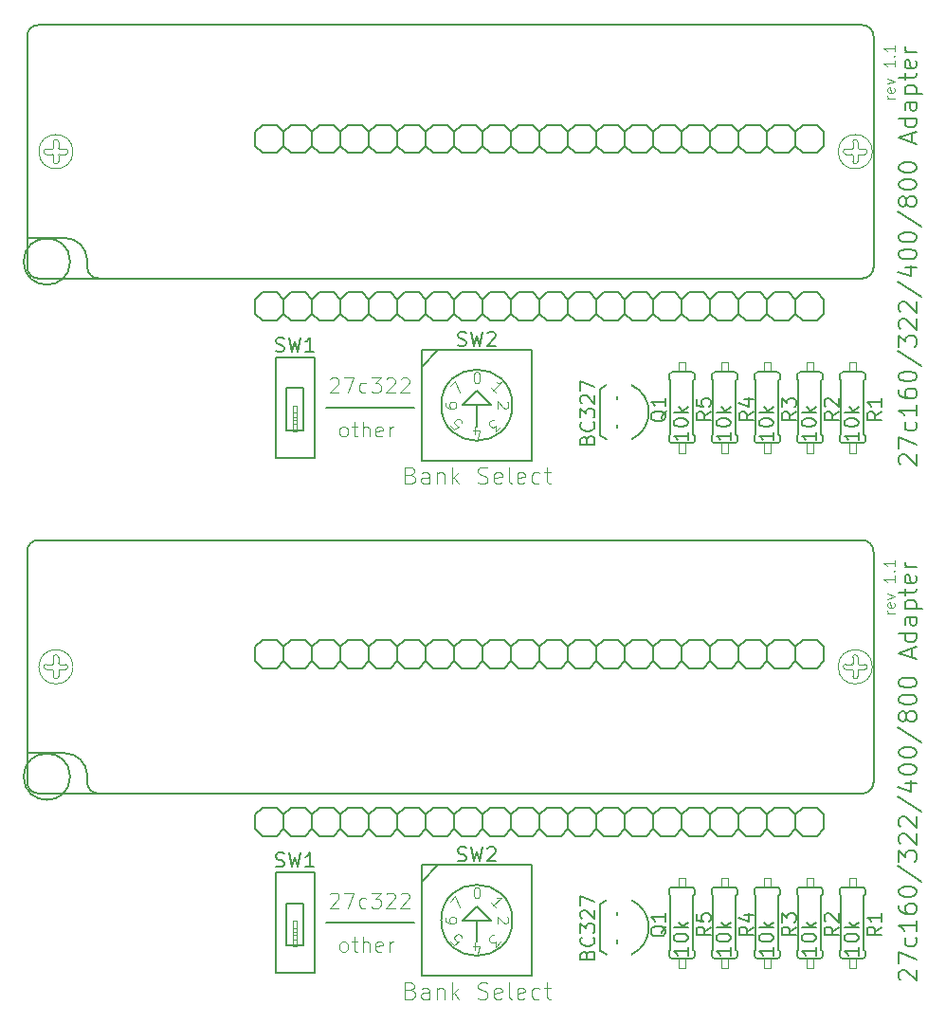
<source format=gto>
%MOIN*%
%OFA0B0*%
%FSLAX46Y46*%
%IPPOS*%
%LPD*%
%ADD10C,0.0044800000000000005*%
%ADD11C,0.0052800000000000008*%
%ADD12C,0.005905511811023622*%
%ADD13C,0.0032000000000000006*%
%ADD14C,0.005*%
%ADD15C,0.0026000000000000003*%
%ADD16C,0.006000000000000001*%
%ADD17C,0.008*%
%ADD18C,0.004*%
%ADD29C,0.0044800000000000005*%
%ADD30C,0.0052800000000000008*%
%ADD31C,0.005905511811023622*%
%ADD32C,0.0032000000000000006*%
%ADD33C,0.005*%
%ADD34C,0.0026000000000000003*%
%ADD35C,0.006000000000000001*%
%ADD36C,0.008*%
%ADD37C,0.004*%
%LPD*%
D10*
X0001843624Y0000493800D02*
X0001862184Y0000512359D01*
X0001878092Y0000472589D01*
X0001826589Y0000435333D02*
X0001826589Y0000427834D01*
X0001828464Y0000424085D01*
X0001830339Y0000422210D01*
X0001835963Y0000418460D01*
X0001843462Y0000416586D01*
X0001858460Y0000416586D01*
X0001862210Y0000418460D01*
X0001864085Y0000420335D01*
X0001865959Y0000424085D01*
X0001865959Y0000431584D01*
X0001864085Y0000435333D01*
X0001862210Y0000437208D01*
X0001858460Y0000439083D01*
X0001849086Y0000439083D01*
X0001845337Y0000437208D01*
X0001843462Y0000435333D01*
X0001841587Y0000431584D01*
X0001841587Y0000424085D01*
X0001843462Y0000420335D01*
X0001845337Y0000418460D01*
X0001849086Y0000416586D01*
X0001846276Y0000354217D02*
X0001859532Y0000340961D01*
X0001874115Y0000352892D01*
X0001871463Y0000352892D01*
X0001867486Y0000354217D01*
X0001860858Y0000360846D01*
X0001859532Y0000364823D01*
X0001859532Y0000367474D01*
X0001860858Y0000371451D01*
X0001867486Y0000378079D01*
X0001871463Y0000379405D01*
X0001874115Y0000379405D01*
X0001878092Y0000378079D01*
X0001884720Y0000371451D01*
X0001886045Y0000367474D01*
X0001886045Y0000364823D01*
X0001930650Y0000324398D02*
X0001930650Y0000350644D01*
X0001940024Y0000309400D02*
X0001949398Y0000337521D01*
X0001925026Y0000337521D01*
X0002022674Y0000351869D02*
X0002005440Y0000334635D01*
X0002004115Y0000354520D01*
X0002000138Y0000350543D01*
X0001996161Y0000349217D01*
X0001993509Y0000349217D01*
X0001989532Y0000350543D01*
X0001982904Y0000357171D01*
X0001981578Y0000361148D01*
X0001981578Y0000363800D01*
X0001982904Y0000367777D01*
X0001990858Y0000375731D01*
X0001994835Y0000377056D01*
X0001997486Y0000377056D01*
X0002045959Y0000439083D02*
X0002047834Y0000437208D01*
X0002049709Y0000433458D01*
X0002049709Y0000424085D01*
X0002047834Y0000420335D01*
X0002045959Y0000418460D01*
X0002042210Y0000416586D01*
X0002038460Y0000416586D01*
X0002032836Y0000418460D01*
X0002010339Y0000440957D01*
X0002010339Y0000416586D01*
X0002003509Y0000472286D02*
X0001987601Y0000488194D01*
X0001995555Y0000480240D02*
X0002023394Y0000508079D01*
X0002016766Y0000506754D01*
X0002011463Y0000506754D01*
X0002007486Y0000508079D01*
X0001936274Y0000544394D02*
X0001940024Y0000544394D01*
X0001943773Y0000542519D01*
X0001945648Y0000540644D01*
X0001947523Y0000536895D01*
X0001949398Y0000529396D01*
X0001949398Y0000520022D01*
X0001947523Y0000512523D01*
X0001945648Y0000508773D01*
X0001943773Y0000506899D01*
X0001940024Y0000505024D01*
X0001936274Y0000505024D01*
X0001932525Y0000506899D01*
X0001930650Y0000508773D01*
X0001928775Y0000512523D01*
X0001926900Y0000520022D01*
X0001926900Y0000529396D01*
X0001928775Y0000536895D01*
X0001930650Y0000540644D01*
X0001932525Y0000542519D01*
X0001936274Y0000544394D01*
X0001706147Y0000182052D02*
X0001714583Y0000179240D01*
X0001717395Y0000176428D01*
X0001720208Y0000170804D01*
X0001720208Y0000162367D01*
X0001717395Y0000156743D01*
X0001714583Y0000153931D01*
X0001708959Y0000151119D01*
X0001686462Y0000151119D01*
X0001686462Y0000210174D01*
X0001706147Y0000210174D01*
X0001711771Y0000207362D01*
X0001714583Y0000204550D01*
X0001717395Y0000198925D01*
X0001717395Y0000193301D01*
X0001714583Y0000187677D01*
X0001711771Y0000184865D01*
X0001706147Y0000182052D01*
X0001686462Y0000182052D01*
X0001770826Y0000151119D02*
X0001770826Y0000182052D01*
X0001768014Y0000187677D01*
X0001762390Y0000190489D01*
X0001751141Y0000190489D01*
X0001745517Y0000187677D01*
X0001770826Y0000153931D02*
X0001765202Y0000151119D01*
X0001751141Y0000151119D01*
X0001745517Y0000153931D01*
X0001742705Y0000159555D01*
X0001742705Y0000165179D01*
X0001745517Y0000170804D01*
X0001751141Y0000173616D01*
X0001765202Y0000173616D01*
X0001770826Y0000176428D01*
X0001798948Y0000190489D02*
X0001798948Y0000151119D01*
X0001798948Y0000184865D02*
X0001801760Y0000187677D01*
X0001807384Y0000190489D01*
X0001815821Y0000190489D01*
X0001821445Y0000187677D01*
X0001824257Y0000182052D01*
X0001824257Y0000151119D01*
X0001852379Y0000151119D02*
X0001852379Y0000210174D01*
X0001858003Y0000173616D02*
X0001874876Y0000151119D01*
X0001874876Y0000190489D02*
X0001852379Y0000167992D01*
X0001942367Y0000153931D02*
X0001950804Y0000151119D01*
X0001964865Y0000151119D01*
X0001970489Y0000153931D01*
X0001973301Y0000156743D01*
X0001976113Y0000162367D01*
X0001976113Y0000167992D01*
X0001973301Y0000173616D01*
X0001970489Y0000176428D01*
X0001964865Y0000179240D01*
X0001953616Y0000182052D01*
X0001947992Y0000184865D01*
X0001945179Y0000187677D01*
X0001942367Y0000193301D01*
X0001942367Y0000198925D01*
X0001945179Y0000204550D01*
X0001947992Y0000207362D01*
X0001953616Y0000210174D01*
X0001967677Y0000210174D01*
X0001976113Y0000207362D01*
X0002023920Y0000153931D02*
X0002018295Y0000151119D01*
X0002007047Y0000151119D01*
X0002001422Y0000153931D01*
X0001998610Y0000159555D01*
X0001998610Y0000182052D01*
X0002001422Y0000187677D01*
X0002007047Y0000190489D01*
X0002018295Y0000190489D01*
X0002023920Y0000187677D01*
X0002026732Y0000182052D01*
X0002026732Y0000176428D01*
X0001998610Y0000170804D01*
X0002060478Y0000151119D02*
X0002054853Y0000153931D01*
X0002052041Y0000159555D01*
X0002052041Y0000210174D01*
X0002105472Y0000153931D02*
X0002099848Y0000151119D01*
X0002088599Y0000151119D01*
X0002082975Y0000153931D01*
X0002080163Y0000159555D01*
X0002080163Y0000182052D01*
X0002082975Y0000187677D01*
X0002088599Y0000190489D01*
X0002099848Y0000190489D01*
X0002105472Y0000187677D01*
X0002108284Y0000182052D01*
X0002108284Y0000176428D01*
X0002080163Y0000170804D01*
X0002158903Y0000153931D02*
X0002153278Y0000151119D01*
X0002142030Y0000151119D01*
X0002136406Y0000153931D01*
X0002133593Y0000156743D01*
X0002130781Y0000162367D01*
X0002130781Y0000179240D01*
X0002133593Y0000184865D01*
X0002136406Y0000187677D01*
X0002142030Y0000190489D01*
X0002153278Y0000190489D01*
X0002158903Y0000187677D01*
X0002175776Y0000190489D02*
X0002198273Y0000190489D01*
X0002184212Y0000210174D02*
X0002184212Y0000159555D01*
X0002187024Y0000153931D01*
X0002192649Y0000151119D01*
X0002198273Y0000151119D01*
D11*
X0003428435Y0000218209D02*
X0003425449Y0000221195D01*
X0003422463Y0000227166D01*
X0003422463Y0000242095D01*
X0003425449Y0000248066D01*
X0003428435Y0000251052D01*
X0003434406Y0000254038D01*
X0003440378Y0000254038D01*
X0003449335Y0000251052D01*
X0003485163Y0000215223D01*
X0003485163Y0000254038D01*
X0003422463Y0000274938D02*
X0003422463Y0000316738D01*
X0003485163Y0000289866D01*
X0003482178Y0000367495D02*
X0003485163Y0000361523D01*
X0003485163Y0000349580D01*
X0003482178Y0000343609D01*
X0003479192Y0000340623D01*
X0003473221Y0000337638D01*
X0003455306Y0000337638D01*
X0003449335Y0000340623D01*
X0003446349Y0000343609D01*
X0003443363Y0000349580D01*
X0003443363Y0000361523D01*
X0003446349Y0000367495D01*
X0003485163Y0000427209D02*
X0003485163Y0000391380D01*
X0003485163Y0000409295D02*
X0003422463Y0000409295D01*
X0003431421Y0000403323D01*
X0003437392Y0000397352D01*
X0003440378Y0000391380D01*
X0003422463Y0000480952D02*
X0003422463Y0000469009D01*
X0003425449Y0000463038D01*
X0003428435Y0000460052D01*
X0003437392Y0000454080D01*
X0003449335Y0000451095D01*
X0003473221Y0000451095D01*
X0003479192Y0000454080D01*
X0003482178Y0000457066D01*
X0003485163Y0000463038D01*
X0003485163Y0000474980D01*
X0003482178Y0000480952D01*
X0003479192Y0000483938D01*
X0003473221Y0000486923D01*
X0003458292Y0000486923D01*
X0003452321Y0000483938D01*
X0003449335Y0000480952D01*
X0003446349Y0000474980D01*
X0003446349Y0000463038D01*
X0003449335Y0000457066D01*
X0003452321Y0000454080D01*
X0003458292Y0000451095D01*
X0003422463Y0000525738D02*
X0003422463Y0000531709D01*
X0003425449Y0000537680D01*
X0003428435Y0000540666D01*
X0003434406Y0000543652D01*
X0003446349Y0000546638D01*
X0003461278Y0000546638D01*
X0003473221Y0000543652D01*
X0003479192Y0000540666D01*
X0003482178Y0000537680D01*
X0003485163Y0000531709D01*
X0003485163Y0000525738D01*
X0003482178Y0000519766D01*
X0003479192Y0000516780D01*
X0003473221Y0000513795D01*
X0003461278Y0000510809D01*
X0003446349Y0000510809D01*
X0003434406Y0000513795D01*
X0003428435Y0000516780D01*
X0003425449Y0000519766D01*
X0003422463Y0000525738D01*
X0003419478Y0000618295D02*
X0003500092Y0000564552D01*
X0003422463Y0000633223D02*
X0003422463Y0000672038D01*
X0003446349Y0000651138D01*
X0003446349Y0000660095D01*
X0003449335Y0000666066D01*
X0003452321Y0000669052D01*
X0003458292Y0000672038D01*
X0003473221Y0000672038D01*
X0003479192Y0000669052D01*
X0003482178Y0000666066D01*
X0003485163Y0000660095D01*
X0003485163Y0000642180D01*
X0003482178Y0000636209D01*
X0003479192Y0000633223D01*
X0003428435Y0000695923D02*
X0003425449Y0000698909D01*
X0003422463Y0000704880D01*
X0003422463Y0000719809D01*
X0003425449Y0000725780D01*
X0003428435Y0000728766D01*
X0003434406Y0000731752D01*
X0003440378Y0000731752D01*
X0003449335Y0000728766D01*
X0003485163Y0000692938D01*
X0003485163Y0000731752D01*
X0003428435Y0000755638D02*
X0003425449Y0000758623D01*
X0003422463Y0000764595D01*
X0003422463Y0000779523D01*
X0003425449Y0000785495D01*
X0003428435Y0000788480D01*
X0003434406Y0000791466D01*
X0003440378Y0000791466D01*
X0003449335Y0000788480D01*
X0003485163Y0000752652D01*
X0003485163Y0000791466D01*
X0003419478Y0000863123D02*
X0003500092Y0000809380D01*
X0003443363Y0000910895D02*
X0003485163Y0000910895D01*
X0003419478Y0000895966D02*
X0003464263Y0000881038D01*
X0003464263Y0000919852D01*
X0003422463Y0000955680D02*
X0003422463Y0000961652D01*
X0003425449Y0000967623D01*
X0003428435Y0000970609D01*
X0003434406Y0000973595D01*
X0003446349Y0000976580D01*
X0003461278Y0000976580D01*
X0003473221Y0000973595D01*
X0003479192Y0000970609D01*
X0003482178Y0000967623D01*
X0003485163Y0000961652D01*
X0003485163Y0000955680D01*
X0003482178Y0000949709D01*
X0003479192Y0000946723D01*
X0003473221Y0000943738D01*
X0003461278Y0000940752D01*
X0003446349Y0000940752D01*
X0003434406Y0000943738D01*
X0003428435Y0000946723D01*
X0003425449Y0000949709D01*
X0003422463Y0000955680D01*
X0003422463Y0001015395D02*
X0003422463Y0001021366D01*
X0003425449Y0001027338D01*
X0003428435Y0001030323D01*
X0003434406Y0001033309D01*
X0003446349Y0001036295D01*
X0003461278Y0001036295D01*
X0003473221Y0001033309D01*
X0003479192Y0001030323D01*
X0003482178Y0001027338D01*
X0003485163Y0001021366D01*
X0003485163Y0001015395D01*
X0003482178Y0001009423D01*
X0003479192Y0001006438D01*
X0003473221Y0001003452D01*
X0003461278Y0001000466D01*
X0003446349Y0001000466D01*
X0003434406Y0001003452D01*
X0003428435Y0001006438D01*
X0003425449Y0001009423D01*
X0003422463Y0001015395D01*
X0003419478Y0001107952D02*
X0003500092Y0001054209D01*
X0003449335Y0001137809D02*
X0003446349Y0001131838D01*
X0003443363Y0001128852D01*
X0003437392Y0001125866D01*
X0003434406Y0001125866D01*
X0003428435Y0001128852D01*
X0003425449Y0001131838D01*
X0003422463Y0001137809D01*
X0003422463Y0001149752D01*
X0003425449Y0001155723D01*
X0003428435Y0001158709D01*
X0003434406Y0001161695D01*
X0003437392Y0001161695D01*
X0003443363Y0001158709D01*
X0003446349Y0001155723D01*
X0003449335Y0001149752D01*
X0003449335Y0001137809D01*
X0003452321Y0001131838D01*
X0003455306Y0001128852D01*
X0003461278Y0001125866D01*
X0003473221Y0001125866D01*
X0003479192Y0001128852D01*
X0003482178Y0001131838D01*
X0003485163Y0001137809D01*
X0003485163Y0001149752D01*
X0003482178Y0001155723D01*
X0003479192Y0001158709D01*
X0003473221Y0001161695D01*
X0003461278Y0001161695D01*
X0003455306Y0001158709D01*
X0003452321Y0001155723D01*
X0003449335Y0001149752D01*
X0003422463Y0001200509D02*
X0003422463Y0001206480D01*
X0003425449Y0001212452D01*
X0003428435Y0001215438D01*
X0003434406Y0001218423D01*
X0003446349Y0001221409D01*
X0003461278Y0001221409D01*
X0003473221Y0001218423D01*
X0003479192Y0001215438D01*
X0003482178Y0001212452D01*
X0003485163Y0001206480D01*
X0003485163Y0001200509D01*
X0003482178Y0001194538D01*
X0003479192Y0001191552D01*
X0003473221Y0001188566D01*
X0003461278Y0001185580D01*
X0003446349Y0001185580D01*
X0003434406Y0001188566D01*
X0003428435Y0001191552D01*
X0003425449Y0001194538D01*
X0003422463Y0001200509D01*
X0003422463Y0001260223D02*
X0003422463Y0001266195D01*
X0003425449Y0001272166D01*
X0003428435Y0001275152D01*
X0003434406Y0001278138D01*
X0003446349Y0001281123D01*
X0003461278Y0001281123D01*
X0003473221Y0001278138D01*
X0003479192Y0001275152D01*
X0003482178Y0001272166D01*
X0003485163Y0001266195D01*
X0003485163Y0001260223D01*
X0003482178Y0001254252D01*
X0003479192Y0001251266D01*
X0003473221Y0001248280D01*
X0003461278Y0001245295D01*
X0003446349Y0001245295D01*
X0003434406Y0001248280D01*
X0003428435Y0001251266D01*
X0003425449Y0001254252D01*
X0003422463Y0001260223D01*
X0003467249Y0001352780D02*
X0003467249Y0001382638D01*
X0003485163Y0001346809D02*
X0003422463Y0001367709D01*
X0003485163Y0001388609D01*
X0003485163Y0001436380D02*
X0003422463Y0001436380D01*
X0003482178Y0001436380D02*
X0003485163Y0001430409D01*
X0003485163Y0001418466D01*
X0003482178Y0001412495D01*
X0003479192Y0001409509D01*
X0003473221Y0001406523D01*
X0003455306Y0001406523D01*
X0003449335Y0001409509D01*
X0003446349Y0001412495D01*
X0003443363Y0001418466D01*
X0003443363Y0001430409D01*
X0003446349Y0001436380D01*
X0003485163Y0001493109D02*
X0003452321Y0001493109D01*
X0003446349Y0001490123D01*
X0003443363Y0001484152D01*
X0003443363Y0001472209D01*
X0003446349Y0001466238D01*
X0003482178Y0001493109D02*
X0003485163Y0001487138D01*
X0003485163Y0001472209D01*
X0003482178Y0001466238D01*
X0003476206Y0001463252D01*
X0003470235Y0001463252D01*
X0003464263Y0001466238D01*
X0003461278Y0001472209D01*
X0003461278Y0001487138D01*
X0003458292Y0001493109D01*
X0003443363Y0001522966D02*
X0003506063Y0001522966D01*
X0003446349Y0001522966D02*
X0003443363Y0001528938D01*
X0003443363Y0001540880D01*
X0003446349Y0001546852D01*
X0003449335Y0001549838D01*
X0003455306Y0001552823D01*
X0003473221Y0001552823D01*
X0003479192Y0001549838D01*
X0003482178Y0001546852D01*
X0003485163Y0001540880D01*
X0003485163Y0001528938D01*
X0003482178Y0001522966D01*
X0003443363Y0001570738D02*
X0003443363Y0001594623D01*
X0003422463Y0001579695D02*
X0003476206Y0001579695D01*
X0003482178Y0001582680D01*
X0003485163Y0001588652D01*
X0003485163Y0001594623D01*
X0003482178Y0001639409D02*
X0003485163Y0001633438D01*
X0003485163Y0001621495D01*
X0003482178Y0001615523D01*
X0003476206Y0001612538D01*
X0003452321Y0001612538D01*
X0003446349Y0001615523D01*
X0003443363Y0001621495D01*
X0003443363Y0001633438D01*
X0003446349Y0001639409D01*
X0003452321Y0001642395D01*
X0003458292Y0001642395D01*
X0003464263Y0001612538D01*
X0003485163Y0001669266D02*
X0003443363Y0001669266D01*
X0003455306Y0001669266D02*
X0003449335Y0001672252D01*
X0003446349Y0001675238D01*
X0003443363Y0001681209D01*
X0003443363Y0001687180D01*
D12*
X0001409649Y0000418834D02*
X0001718070Y0000418834D01*
D10*
X0001422694Y0000519501D02*
X0001425228Y0000522034D01*
X0001430294Y0000524567D01*
X0001442961Y0000524567D01*
X0001448028Y0000522034D01*
X0001450561Y0000519501D01*
X0001453094Y0000514434D01*
X0001453094Y0000509367D01*
X0001450561Y0000501767D01*
X0001420161Y0000471367D01*
X0001453094Y0000471367D01*
X0001470828Y0000524567D02*
X0001506294Y0000524567D01*
X0001483494Y0000471367D01*
X0001549361Y0000473901D02*
X0001544294Y0000471367D01*
X0001534161Y0000471367D01*
X0001529094Y0000473901D01*
X0001526561Y0000476434D01*
X0001524028Y0000481501D01*
X0001524028Y0000496701D01*
X0001526561Y0000501767D01*
X0001529094Y0000504301D01*
X0001534161Y0000506834D01*
X0001544294Y0000506834D01*
X0001549361Y0000504301D01*
X0001567094Y0000524567D02*
X0001600028Y0000524567D01*
X0001582294Y0000504301D01*
X0001589894Y0000504301D01*
X0001594961Y0000501767D01*
X0001597494Y0000499234D01*
X0001600028Y0000494167D01*
X0001600028Y0000481501D01*
X0001597494Y0000476434D01*
X0001594961Y0000473901D01*
X0001589894Y0000471367D01*
X0001574694Y0000471367D01*
X0001569628Y0000473901D01*
X0001567094Y0000476434D01*
X0001620294Y0000519501D02*
X0001622828Y0000522034D01*
X0001627894Y0000524567D01*
X0001640561Y0000524567D01*
X0001645628Y0000522034D01*
X0001648161Y0000519501D01*
X0001650694Y0000514434D01*
X0001650694Y0000509367D01*
X0001648161Y0000501767D01*
X0001617761Y0000471367D01*
X0001650694Y0000471367D01*
X0001670961Y0000519501D02*
X0001673494Y0000522034D01*
X0001678561Y0000524567D01*
X0001691228Y0000524567D01*
X0001696294Y0000522034D01*
X0001698828Y0000519501D01*
X0001701361Y0000514434D01*
X0001701361Y0000509367D01*
X0001698828Y0000501767D01*
X0001668428Y0000471367D01*
X0001701361Y0000471367D01*
X0001466328Y0000317167D02*
X0001461261Y0000319701D01*
X0001458728Y0000322234D01*
X0001456194Y0000327301D01*
X0001456194Y0000342501D01*
X0001458728Y0000347567D01*
X0001461261Y0000350101D01*
X0001466328Y0000352634D01*
X0001473928Y0000352634D01*
X0001478994Y0000350101D01*
X0001481528Y0000347567D01*
X0001484061Y0000342501D01*
X0001484061Y0000327301D01*
X0001481528Y0000322234D01*
X0001478994Y0000319701D01*
X0001473928Y0000317167D01*
X0001466328Y0000317167D01*
X0001499261Y0000352634D02*
X0001519528Y0000352634D01*
X0001506861Y0000370367D02*
X0001506861Y0000324767D01*
X0001509394Y0000319701D01*
X0001514461Y0000317167D01*
X0001519528Y0000317167D01*
X0001537261Y0000317167D02*
X0001537261Y0000370367D01*
X0001560061Y0000317167D02*
X0001560061Y0000345034D01*
X0001557528Y0000350101D01*
X0001552461Y0000352634D01*
X0001544861Y0000352634D01*
X0001539794Y0000350101D01*
X0001537261Y0000347567D01*
X0001605661Y0000319701D02*
X0001600594Y0000317167D01*
X0001590461Y0000317167D01*
X0001585394Y0000319701D01*
X0001582861Y0000324767D01*
X0001582861Y0000345034D01*
X0001585394Y0000350101D01*
X0001590461Y0000352634D01*
X0001600594Y0000352634D01*
X0001605661Y0000350101D01*
X0001608194Y0000345034D01*
X0001608194Y0000339967D01*
X0001582861Y0000334901D01*
X0001630994Y0000317167D02*
X0001630994Y0000352634D01*
X0001630994Y0000342501D02*
X0001633528Y0000347567D01*
X0001636061Y0000350101D01*
X0001641128Y0000352634D01*
X0001646194Y0000352634D01*
D13*
X0003407840Y0001504962D02*
X0003382506Y0001504962D01*
X0003389744Y0001504962D02*
X0003386125Y0001506771D01*
X0003384316Y0001508581D01*
X0003382506Y0001512200D01*
X0003382506Y0001515819D01*
X0003406030Y0001542962D02*
X0003407840Y0001539343D01*
X0003407840Y0001532105D01*
X0003406030Y0001528486D01*
X0003402411Y0001526676D01*
X0003387935Y0001526676D01*
X0003384316Y0001528486D01*
X0003382506Y0001532105D01*
X0003382506Y0001539343D01*
X0003384316Y0001542962D01*
X0003387935Y0001544771D01*
X0003391554Y0001544771D01*
X0003395173Y0001526676D01*
X0003382506Y0001557438D02*
X0003407840Y0001566486D01*
X0003382506Y0001575533D01*
X0003407840Y0001638867D02*
X0003407840Y0001617152D01*
X0003407840Y0001628009D02*
X0003369840Y0001628009D01*
X0003375268Y0001624390D01*
X0003378887Y0001620771D01*
X0003380697Y0001617152D01*
X0003404221Y0001655152D02*
X0003406030Y0001656962D01*
X0003407840Y0001655152D01*
X0003406030Y0001653343D01*
X0003404221Y0001655152D01*
X0003407840Y0001655152D01*
X0003407840Y0001693152D02*
X0003407840Y0001671438D01*
X0003407840Y0001682295D02*
X0003369840Y0001682295D01*
X0003375268Y0001678676D01*
X0003378887Y0001675057D01*
X0003380697Y0001671438D01*
D12*
X0001988149Y0000427834D02*
X0001888149Y0000427834D01*
X0001938149Y0000477834D02*
X0001888149Y0000427834D01*
X0001938149Y0000477834D02*
X0001988149Y0000427834D01*
X0001938149Y0000427834D02*
X0001938149Y0000352834D01*
X0002063149Y0000427834D02*
G75*
G03X0002063149Y0000427834I-0000125000D01*
G01*
X0001743267Y0000563661D02*
X0001802322Y0000622716D01*
X0002133031Y0000622716D02*
X0002133031Y0000232952D01*
X0001743267Y0000622716D02*
X0002133031Y0000622716D01*
X0001743267Y0000232952D02*
X0001743267Y0000622716D01*
X0002133031Y0000232952D02*
X0001743267Y0000232952D01*
D14*
X0002373149Y0000485234D02*
X0002373149Y0000320434D01*
X0002433149Y0000447534D02*
X0002433149Y0000458034D01*
X0002433149Y0000347634D02*
X0002433149Y0000358134D01*
X0002482957Y0000307838D02*
G75*
G03X0002482949Y0000497834I-0000044808J0000094996D01*
G01*
X0002393354Y0000497767D02*
G75*
G03X0002373149Y0000485234I0000044895J-0000094932D01*
G01*
X0002373245Y0000320408D02*
G75*
G03X0002394449Y0000307434I0000065004J0000082425D01*
G01*
D15*
X0003247645Y0000293818D02*
X0003247645Y0000259818D01*
X0003247645Y0000259818D02*
X0003271645Y0000259818D01*
X0003271645Y0000293818D02*
X0003271645Y0000259818D01*
X0003247645Y0000293818D02*
X0003271645Y0000293818D01*
X0003247645Y0000577818D02*
X0003247645Y0000543818D01*
X0003247645Y0000543818D02*
X0003271645Y0000543818D01*
X0003271645Y0000577818D02*
X0003271645Y0000543818D01*
X0003247645Y0000577818D02*
X0003271645Y0000577818D01*
D16*
X0003224645Y0000543818D02*
X0003294645Y0000543818D01*
X0003304645Y0000533818D02*
X0003304645Y0000518818D01*
X0003299645Y0000513818D02*
X0003304645Y0000518818D01*
X0003214645Y0000533818D02*
X0003214645Y0000518818D01*
X0003219645Y0000513818D02*
X0003214645Y0000518818D01*
X0003299645Y0000323818D02*
X0003304645Y0000318818D01*
X0003299645Y0000323818D02*
X0003299645Y0000513818D01*
X0003219645Y0000323818D02*
X0003214645Y0000318818D01*
X0003219645Y0000323818D02*
X0003219645Y0000513818D01*
X0003304645Y0000303818D02*
X0003304645Y0000318818D01*
X0003214645Y0000303818D02*
X0003214645Y0000318818D01*
X0003224645Y0000293818D02*
X0003294645Y0000293818D01*
X0003304645Y0000533818D02*
G75*
G03X0003294645Y0000543818I-0000010000D01*
G01*
X0003224645Y0000543818D02*
G75*
G03X0003214645Y0000533818J-0000010000D01*
G01*
X0003214645Y0000303818D02*
G75*
G03X0003224645Y0000293818I0000010000D01*
G01*
X0003294645Y0000293818D02*
G75*
G03X0003304645Y0000303818J0000010000D01*
G01*
D15*
X0003097645Y0000293818D02*
X0003097645Y0000259818D01*
X0003097645Y0000259818D02*
X0003121645Y0000259818D01*
X0003121645Y0000293818D02*
X0003121645Y0000259818D01*
X0003097645Y0000293818D02*
X0003121645Y0000293818D01*
X0003097645Y0000577818D02*
X0003097645Y0000543818D01*
X0003097645Y0000543818D02*
X0003121645Y0000543818D01*
X0003121645Y0000577818D02*
X0003121645Y0000543818D01*
X0003097645Y0000577818D02*
X0003121645Y0000577818D01*
D16*
X0003074645Y0000543818D02*
X0003144645Y0000543818D01*
X0003154645Y0000533818D02*
X0003154645Y0000518818D01*
X0003149645Y0000513818D02*
X0003154645Y0000518818D01*
X0003064645Y0000533818D02*
X0003064645Y0000518818D01*
X0003069645Y0000513818D02*
X0003064645Y0000518818D01*
X0003149645Y0000323818D02*
X0003154645Y0000318818D01*
X0003149645Y0000323818D02*
X0003149645Y0000513818D01*
X0003069645Y0000323818D02*
X0003064645Y0000318818D01*
X0003069645Y0000323818D02*
X0003069645Y0000513818D01*
X0003154645Y0000303818D02*
X0003154645Y0000318818D01*
X0003064645Y0000303818D02*
X0003064645Y0000318818D01*
X0003074645Y0000293818D02*
X0003144645Y0000293818D01*
X0003154645Y0000533818D02*
G75*
G03X0003144645Y0000543818I-0000010000D01*
G01*
X0003074645Y0000543818D02*
G75*
G03X0003064645Y0000533818J-0000010000D01*
G01*
X0003064645Y0000303818D02*
G75*
G03X0003074645Y0000293818I0000010000D01*
G01*
X0003144645Y0000293818D02*
G75*
G03X0003154645Y0000303818J0000010000D01*
G01*
D15*
X0002947645Y0000293818D02*
X0002947645Y0000259818D01*
X0002947645Y0000259818D02*
X0002971645Y0000259818D01*
X0002971645Y0000293818D02*
X0002971645Y0000259818D01*
X0002947645Y0000293818D02*
X0002971645Y0000293818D01*
X0002947645Y0000577818D02*
X0002947645Y0000543818D01*
X0002947645Y0000543818D02*
X0002971645Y0000543818D01*
X0002971645Y0000577818D02*
X0002971645Y0000543818D01*
X0002947645Y0000577818D02*
X0002971645Y0000577818D01*
D16*
X0002924645Y0000543818D02*
X0002994645Y0000543818D01*
X0003004645Y0000533818D02*
X0003004645Y0000518818D01*
X0002999645Y0000513818D02*
X0003004645Y0000518818D01*
X0002914645Y0000533818D02*
X0002914645Y0000518818D01*
X0002919645Y0000513818D02*
X0002914645Y0000518818D01*
X0002999645Y0000323818D02*
X0003004645Y0000318818D01*
X0002999645Y0000323818D02*
X0002999645Y0000513818D01*
X0002919645Y0000323818D02*
X0002914645Y0000318818D01*
X0002919645Y0000323818D02*
X0002919645Y0000513818D01*
X0003004645Y0000303818D02*
X0003004645Y0000318818D01*
X0002914645Y0000303818D02*
X0002914645Y0000318818D01*
X0002924645Y0000293818D02*
X0002994645Y0000293818D01*
X0003004645Y0000533818D02*
G75*
G03X0002994645Y0000543818I-0000010000D01*
G01*
X0002924645Y0000543818D02*
G75*
G03X0002914645Y0000533818J-0000010000D01*
G01*
X0002914645Y0000303818D02*
G75*
G03X0002924645Y0000293818I0000010000D01*
G01*
X0002994645Y0000293818D02*
G75*
G03X0003004645Y0000303818J0000010000D01*
G01*
D15*
X0002821645Y0000543818D02*
X0002821645Y0000577818D01*
X0002821645Y0000577818D02*
X0002797645Y0000577818D01*
X0002797645Y0000543818D02*
X0002797645Y0000577818D01*
X0002821645Y0000543818D02*
X0002797645Y0000543818D01*
X0002821645Y0000259818D02*
X0002821645Y0000293818D01*
X0002821645Y0000293818D02*
X0002797645Y0000293818D01*
X0002797645Y0000259818D02*
X0002797645Y0000293818D01*
X0002821645Y0000259818D02*
X0002797645Y0000259818D01*
D16*
X0002844645Y0000293818D02*
X0002774645Y0000293818D01*
X0002764645Y0000303818D02*
X0002764645Y0000318818D01*
X0002769645Y0000323818D02*
X0002764645Y0000318818D01*
X0002854645Y0000303818D02*
X0002854645Y0000318818D01*
X0002849645Y0000323818D02*
X0002854645Y0000318818D01*
X0002769645Y0000513818D02*
X0002764645Y0000518818D01*
X0002769645Y0000513818D02*
X0002769645Y0000323818D01*
X0002849645Y0000513818D02*
X0002854645Y0000518818D01*
X0002849645Y0000513818D02*
X0002849645Y0000323818D01*
X0002764645Y0000533818D02*
X0002764645Y0000518818D01*
X0002854645Y0000533818D02*
X0002854645Y0000518818D01*
X0002844645Y0000543818D02*
X0002774645Y0000543818D01*
X0002764645Y0000303818D02*
G75*
G03X0002774645Y0000293818I0000010000D01*
G01*
X0002844645Y0000293818D02*
G75*
G03X0002854645Y0000303818J0000010000D01*
G01*
X0002854645Y0000533818D02*
G75*
G03X0002844645Y0000543818I-0000010000D01*
G01*
X0002774645Y0000543818D02*
G75*
G03X0002764645Y0000533818J-0000010000D01*
G01*
D15*
X0002647645Y0000293818D02*
X0002647645Y0000259818D01*
X0002647645Y0000259818D02*
X0002671645Y0000259818D01*
X0002671645Y0000293818D02*
X0002671645Y0000259818D01*
X0002647645Y0000293818D02*
X0002671645Y0000293818D01*
X0002647645Y0000577818D02*
X0002647645Y0000543818D01*
X0002647645Y0000543818D02*
X0002671645Y0000543818D01*
X0002671645Y0000577818D02*
X0002671645Y0000543818D01*
X0002647645Y0000577818D02*
X0002671645Y0000577818D01*
D16*
X0002624645Y0000543818D02*
X0002694645Y0000543818D01*
X0002704645Y0000533818D02*
X0002704645Y0000518818D01*
X0002699645Y0000513818D02*
X0002704645Y0000518818D01*
X0002614645Y0000533818D02*
X0002614645Y0000518818D01*
X0002619645Y0000513818D02*
X0002614645Y0000518818D01*
X0002699645Y0000323818D02*
X0002704645Y0000318818D01*
X0002699645Y0000323818D02*
X0002699645Y0000513818D01*
X0002619645Y0000323818D02*
X0002614645Y0000318818D01*
X0002619645Y0000323818D02*
X0002619645Y0000513818D01*
X0002704645Y0000303818D02*
X0002704645Y0000318818D01*
X0002614645Y0000303818D02*
X0002614645Y0000318818D01*
X0002624645Y0000293818D02*
X0002694645Y0000293818D01*
X0002704645Y0000533818D02*
G75*
G03X0002694645Y0000543818I-0000010000D01*
G01*
X0002624645Y0000543818D02*
G75*
G03X0002614645Y0000533818J-0000010000D01*
G01*
X0002614645Y0000303818D02*
G75*
G03X0002624645Y0000293818I0000010000D01*
G01*
X0002694645Y0000293818D02*
G75*
G03X0002704645Y0000303818J0000010000D01*
G01*
D15*
X0001306515Y0000336318D02*
X0001306515Y0000376318D01*
X0001306515Y0000376318D02*
X0001291515Y0000376318D01*
X0001291515Y0000336318D02*
X0001291515Y0000376318D01*
X0001306515Y0000336318D02*
X0001291515Y0000336318D01*
X0001306515Y0000361318D02*
X0001306515Y0000401318D01*
X0001306515Y0000401318D02*
X0001291515Y0000401318D01*
X0001291515Y0000361318D02*
X0001291515Y0000401318D01*
X0001306515Y0000361318D02*
X0001291515Y0000361318D01*
X0001306515Y0000386318D02*
X0001306515Y0000426318D01*
X0001306515Y0000426318D02*
X0001291515Y0000426318D01*
X0001291515Y0000386318D02*
X0001291515Y0000426318D01*
X0001306515Y0000386318D02*
X0001291515Y0000386318D01*
D14*
X0001367815Y0000241718D02*
X0001367815Y0000595918D01*
X0001367815Y0000595918D02*
X0001230215Y0000595918D01*
X0001230215Y0000595918D02*
X0001230215Y0000241718D01*
X0001230215Y0000241718D02*
X0001367815Y0000241718D01*
X0001269515Y0000487618D02*
X0001269515Y0000340118D01*
X0001269515Y0000340118D02*
X0001328515Y0000340118D01*
X0001328515Y0000340118D02*
X0001328515Y0000487618D01*
X0001328515Y0000487618D02*
X0001269515Y0000487618D01*
D16*
X0002984645Y0001413718D02*
X0003034645Y0001413718D01*
X0003034645Y0001413718D02*
X0003059645Y0001388818D01*
X0003059645Y0001388818D02*
X0003059645Y0001338818D01*
X0003059645Y0001338818D02*
X0003034645Y0001313818D01*
X0002859645Y0001388818D02*
X0002884645Y0001413718D01*
X0002884645Y0001413718D02*
X0002934645Y0001413718D01*
X0002934645Y0001413718D02*
X0002959645Y0001388818D01*
X0002959645Y0001388818D02*
X0002959645Y0001338818D01*
X0002959645Y0001338818D02*
X0002934645Y0001313818D01*
X0002934645Y0001313818D02*
X0002884645Y0001313818D01*
X0002884645Y0001313818D02*
X0002859645Y0001338818D01*
X0002984645Y0001413718D02*
X0002959645Y0001388818D01*
X0002959645Y0001338818D02*
X0002984645Y0001313818D01*
X0003034645Y0001313818D02*
X0002984645Y0001313818D01*
X0002684645Y0001413718D02*
X0002734645Y0001413718D01*
X0002734645Y0001413718D02*
X0002759645Y0001388818D01*
X0002759645Y0001388818D02*
X0002759645Y0001338818D01*
X0002759645Y0001338818D02*
X0002734645Y0001313818D01*
X0002759645Y0001388818D02*
X0002784645Y0001413718D01*
X0002784645Y0001413718D02*
X0002834645Y0001413718D01*
X0002834645Y0001413718D02*
X0002859645Y0001388818D01*
X0002859645Y0001388818D02*
X0002859645Y0001338818D01*
X0002859645Y0001338818D02*
X0002834645Y0001313818D01*
X0002834645Y0001313818D02*
X0002784645Y0001313818D01*
X0002784645Y0001313818D02*
X0002759645Y0001338818D01*
X0002559645Y0001388818D02*
X0002584645Y0001413718D01*
X0002584645Y0001413718D02*
X0002634645Y0001413718D01*
X0002634645Y0001413718D02*
X0002659645Y0001388818D01*
X0002659645Y0001388818D02*
X0002659645Y0001338818D01*
X0002659645Y0001338818D02*
X0002634645Y0001313818D01*
X0002634645Y0001313818D02*
X0002584645Y0001313818D01*
X0002584645Y0001313818D02*
X0002559645Y0001338818D01*
X0002684645Y0001413718D02*
X0002659645Y0001388818D01*
X0002659645Y0001338818D02*
X0002684645Y0001313818D01*
X0002734645Y0001313818D02*
X0002684645Y0001313818D01*
X0002384645Y0001413718D02*
X0002434645Y0001413718D01*
X0002434645Y0001413718D02*
X0002459645Y0001388818D01*
X0002459645Y0001388818D02*
X0002459645Y0001338818D01*
X0002459645Y0001338818D02*
X0002434645Y0001313818D01*
X0002459645Y0001388818D02*
X0002484645Y0001413718D01*
X0002484645Y0001413718D02*
X0002534645Y0001413718D01*
X0002534645Y0001413718D02*
X0002559645Y0001388818D01*
X0002559645Y0001388818D02*
X0002559645Y0001338818D01*
X0002559645Y0001338818D02*
X0002534645Y0001313818D01*
X0002534645Y0001313818D02*
X0002484645Y0001313818D01*
X0002484645Y0001313818D02*
X0002459645Y0001338818D01*
X0002259645Y0001388818D02*
X0002284645Y0001413718D01*
X0002284645Y0001413718D02*
X0002334645Y0001413718D01*
X0002334645Y0001413718D02*
X0002359645Y0001388818D01*
X0002359645Y0001388818D02*
X0002359645Y0001338818D01*
X0002359645Y0001338818D02*
X0002334645Y0001313818D01*
X0002334645Y0001313818D02*
X0002284645Y0001313818D01*
X0002284645Y0001313818D02*
X0002259645Y0001338818D01*
X0002384645Y0001413718D02*
X0002359645Y0001388818D01*
X0002359645Y0001338818D02*
X0002384645Y0001313818D01*
X0002434645Y0001313818D02*
X0002384645Y0001313818D01*
X0002084645Y0001413718D02*
X0002134645Y0001413718D01*
X0002134645Y0001413718D02*
X0002159645Y0001388818D01*
X0002159645Y0001388818D02*
X0002159645Y0001338818D01*
X0002159645Y0001338818D02*
X0002134645Y0001313818D01*
X0002159645Y0001388818D02*
X0002184645Y0001413718D01*
X0002184645Y0001413718D02*
X0002234645Y0001413718D01*
X0002234645Y0001413718D02*
X0002259645Y0001388818D01*
X0002259645Y0001388818D02*
X0002259645Y0001338818D01*
X0002259645Y0001338818D02*
X0002234645Y0001313818D01*
X0002234645Y0001313818D02*
X0002184645Y0001313818D01*
X0002184645Y0001313818D02*
X0002159645Y0001338818D01*
X0001959645Y0001388818D02*
X0001984645Y0001413718D01*
X0001984645Y0001413718D02*
X0002034645Y0001413718D01*
X0002034645Y0001413718D02*
X0002059645Y0001388818D01*
X0002059645Y0001388818D02*
X0002059645Y0001338818D01*
X0002059645Y0001338818D02*
X0002034645Y0001313818D01*
X0002034645Y0001313818D02*
X0001984645Y0001313818D01*
X0001984645Y0001313818D02*
X0001959645Y0001338818D01*
X0002084645Y0001413718D02*
X0002059645Y0001388818D01*
X0002059645Y0001338818D02*
X0002084645Y0001313818D01*
X0002134645Y0001313818D02*
X0002084645Y0001313818D01*
X0001784645Y0001413718D02*
X0001834645Y0001413718D01*
X0001834645Y0001413718D02*
X0001859645Y0001388818D01*
X0001859645Y0001388818D02*
X0001859645Y0001338818D01*
X0001859645Y0001338818D02*
X0001834645Y0001313818D01*
X0001859645Y0001388818D02*
X0001884645Y0001413718D01*
X0001884645Y0001413718D02*
X0001934645Y0001413718D01*
X0001934645Y0001413718D02*
X0001959645Y0001388818D01*
X0001959645Y0001388818D02*
X0001959645Y0001338818D01*
X0001959645Y0001338818D02*
X0001934645Y0001313818D01*
X0001934645Y0001313818D02*
X0001884645Y0001313818D01*
X0001884645Y0001313818D02*
X0001859645Y0001338818D01*
X0001659645Y0001388818D02*
X0001684645Y0001413718D01*
X0001684645Y0001413718D02*
X0001734645Y0001413718D01*
X0001734645Y0001413718D02*
X0001759645Y0001388818D01*
X0001759645Y0001388818D02*
X0001759645Y0001338818D01*
X0001759645Y0001338818D02*
X0001734645Y0001313818D01*
X0001734645Y0001313818D02*
X0001684645Y0001313818D01*
X0001684645Y0001313818D02*
X0001659645Y0001338818D01*
X0001784645Y0001413718D02*
X0001759645Y0001388818D01*
X0001759645Y0001338818D02*
X0001784645Y0001313818D01*
X0001834645Y0001313818D02*
X0001784645Y0001313818D01*
X0001484645Y0001413718D02*
X0001534645Y0001413718D01*
X0001534645Y0001413718D02*
X0001559645Y0001388818D01*
X0001559645Y0001388818D02*
X0001559645Y0001338818D01*
X0001559645Y0001338818D02*
X0001534645Y0001313818D01*
X0001559645Y0001388818D02*
X0001584645Y0001413718D01*
X0001584645Y0001413718D02*
X0001634645Y0001413718D01*
X0001634645Y0001413718D02*
X0001659645Y0001388818D01*
X0001659645Y0001388818D02*
X0001659645Y0001338818D01*
X0001659645Y0001338818D02*
X0001634645Y0001313818D01*
X0001634645Y0001313818D02*
X0001584645Y0001313818D01*
X0001584645Y0001313818D02*
X0001559645Y0001338818D01*
X0001359645Y0001388818D02*
X0001384645Y0001413718D01*
X0001384645Y0001413718D02*
X0001434645Y0001413718D01*
X0001434645Y0001413718D02*
X0001459645Y0001388818D01*
X0001459645Y0001388818D02*
X0001459645Y0001338818D01*
X0001459645Y0001338818D02*
X0001434645Y0001313818D01*
X0001434645Y0001313818D02*
X0001384645Y0001313818D01*
X0001384645Y0001313818D02*
X0001359645Y0001338818D01*
X0001484645Y0001413718D02*
X0001459645Y0001388818D01*
X0001459645Y0001338818D02*
X0001484645Y0001313818D01*
X0001534645Y0001313818D02*
X0001484645Y0001313818D01*
X0001184645Y0001413718D02*
X0001234645Y0001413718D01*
X0001234645Y0001413718D02*
X0001259645Y0001388818D01*
X0001259645Y0001388818D02*
X0001259645Y0001338818D01*
X0001259645Y0001338818D02*
X0001234645Y0001313818D01*
X0001259645Y0001388818D02*
X0001284645Y0001413718D01*
X0001284645Y0001413718D02*
X0001334645Y0001413718D01*
X0001334645Y0001413718D02*
X0001359645Y0001388818D01*
X0001359645Y0001388818D02*
X0001359645Y0001338818D01*
X0001359645Y0001338818D02*
X0001334645Y0001313818D01*
X0001334645Y0001313818D02*
X0001284645Y0001313818D01*
X0001284645Y0001313818D02*
X0001259645Y0001338818D01*
X0001159645Y0001388818D02*
X0001159645Y0001338818D01*
X0001184645Y0001413718D02*
X0001159645Y0001388818D01*
X0001159645Y0001338818D02*
X0001184645Y0001313818D01*
X0001234645Y0001313818D02*
X0001184645Y0001313818D01*
X0003084645Y0001413718D02*
X0003134645Y0001413718D01*
X0003134645Y0001413718D02*
X0003159645Y0001388818D01*
X0003159645Y0001388818D02*
X0003159645Y0001338818D01*
X0003159645Y0001338818D02*
X0003134645Y0001313818D01*
X0003084645Y0001413718D02*
X0003059645Y0001388818D01*
X0003059645Y0001338818D02*
X0003084645Y0001313818D01*
X0003134645Y0001313818D02*
X0003084645Y0001313818D01*
X0002984645Y0000823818D02*
X0003034645Y0000823818D01*
X0003034645Y0000823818D02*
X0003059645Y0000798818D01*
X0003059645Y0000798818D02*
X0003059645Y0000748818D01*
X0003059645Y0000748818D02*
X0003034645Y0000723918D01*
X0002859645Y0000798818D02*
X0002884645Y0000823818D01*
X0002884645Y0000823818D02*
X0002934645Y0000823818D01*
X0002934645Y0000823818D02*
X0002959645Y0000798818D01*
X0002959645Y0000798818D02*
X0002959645Y0000748818D01*
X0002959645Y0000748818D02*
X0002934645Y0000723918D01*
X0002934645Y0000723918D02*
X0002884645Y0000723918D01*
X0002884645Y0000723918D02*
X0002859645Y0000748818D01*
X0002984645Y0000823818D02*
X0002959645Y0000798818D01*
X0002959645Y0000748818D02*
X0002984645Y0000723918D01*
X0003034645Y0000723918D02*
X0002984645Y0000723918D01*
X0002684645Y0000823818D02*
X0002734645Y0000823818D01*
X0002734645Y0000823818D02*
X0002759645Y0000798818D01*
X0002759645Y0000798818D02*
X0002759645Y0000748818D01*
X0002759645Y0000748818D02*
X0002734645Y0000723918D01*
X0002759645Y0000798818D02*
X0002784645Y0000823818D01*
X0002784645Y0000823818D02*
X0002834645Y0000823818D01*
X0002834645Y0000823818D02*
X0002859645Y0000798818D01*
X0002859645Y0000798818D02*
X0002859645Y0000748818D01*
X0002859645Y0000748818D02*
X0002834645Y0000723918D01*
X0002834645Y0000723918D02*
X0002784645Y0000723918D01*
X0002784645Y0000723918D02*
X0002759645Y0000748818D01*
X0002559645Y0000798818D02*
X0002584645Y0000823818D01*
X0002584645Y0000823818D02*
X0002634645Y0000823818D01*
X0002634645Y0000823818D02*
X0002659645Y0000798818D01*
X0002659645Y0000798818D02*
X0002659645Y0000748818D01*
X0002659645Y0000748818D02*
X0002634645Y0000723918D01*
X0002634645Y0000723918D02*
X0002584645Y0000723918D01*
X0002584645Y0000723918D02*
X0002559645Y0000748818D01*
X0002684645Y0000823818D02*
X0002659645Y0000798818D01*
X0002659645Y0000748818D02*
X0002684645Y0000723918D01*
X0002734645Y0000723918D02*
X0002684645Y0000723918D01*
X0002384645Y0000823818D02*
X0002434645Y0000823818D01*
X0002434645Y0000823818D02*
X0002459645Y0000798818D01*
X0002459645Y0000798818D02*
X0002459645Y0000748818D01*
X0002459645Y0000748818D02*
X0002434645Y0000723918D01*
X0002459645Y0000798818D02*
X0002484645Y0000823818D01*
X0002484645Y0000823818D02*
X0002534645Y0000823818D01*
X0002534645Y0000823818D02*
X0002559645Y0000798818D01*
X0002559645Y0000798818D02*
X0002559645Y0000748818D01*
X0002559645Y0000748818D02*
X0002534645Y0000723918D01*
X0002534645Y0000723918D02*
X0002484645Y0000723918D01*
X0002484645Y0000723918D02*
X0002459645Y0000748818D01*
X0002259645Y0000798818D02*
X0002284645Y0000823818D01*
X0002284645Y0000823818D02*
X0002334645Y0000823818D01*
X0002334645Y0000823818D02*
X0002359645Y0000798818D01*
X0002359645Y0000798818D02*
X0002359645Y0000748818D01*
X0002359645Y0000748818D02*
X0002334645Y0000723918D01*
X0002334645Y0000723918D02*
X0002284645Y0000723918D01*
X0002284645Y0000723918D02*
X0002259645Y0000748818D01*
X0002384645Y0000823818D02*
X0002359645Y0000798818D01*
X0002359645Y0000748818D02*
X0002384645Y0000723918D01*
X0002434645Y0000723918D02*
X0002384645Y0000723918D01*
X0002084645Y0000823818D02*
X0002134645Y0000823818D01*
X0002134645Y0000823818D02*
X0002159645Y0000798818D01*
X0002159645Y0000798818D02*
X0002159645Y0000748818D01*
X0002159645Y0000748818D02*
X0002134645Y0000723918D01*
X0002159645Y0000798818D02*
X0002184645Y0000823818D01*
X0002184645Y0000823818D02*
X0002234645Y0000823818D01*
X0002234645Y0000823818D02*
X0002259645Y0000798818D01*
X0002259645Y0000798818D02*
X0002259645Y0000748818D01*
X0002259645Y0000748818D02*
X0002234645Y0000723918D01*
X0002234645Y0000723918D02*
X0002184645Y0000723918D01*
X0002184645Y0000723918D02*
X0002159645Y0000748818D01*
X0001959645Y0000798818D02*
X0001984645Y0000823818D01*
X0001984645Y0000823818D02*
X0002034645Y0000823818D01*
X0002034645Y0000823818D02*
X0002059645Y0000798818D01*
X0002059645Y0000798818D02*
X0002059645Y0000748818D01*
X0002059645Y0000748818D02*
X0002034645Y0000723918D01*
X0002034645Y0000723918D02*
X0001984645Y0000723918D01*
X0001984645Y0000723918D02*
X0001959645Y0000748818D01*
X0002084645Y0000823818D02*
X0002059645Y0000798818D01*
X0002059645Y0000748818D02*
X0002084645Y0000723918D01*
X0002134645Y0000723918D02*
X0002084645Y0000723918D01*
X0001784645Y0000823818D02*
X0001834645Y0000823818D01*
X0001834645Y0000823818D02*
X0001859645Y0000798818D01*
X0001859645Y0000798818D02*
X0001859645Y0000748818D01*
X0001859645Y0000748818D02*
X0001834645Y0000723918D01*
X0001859645Y0000798818D02*
X0001884645Y0000823818D01*
X0001884645Y0000823818D02*
X0001934645Y0000823818D01*
X0001934645Y0000823818D02*
X0001959645Y0000798818D01*
X0001959645Y0000798818D02*
X0001959645Y0000748818D01*
X0001959645Y0000748818D02*
X0001934645Y0000723918D01*
X0001934645Y0000723918D02*
X0001884645Y0000723918D01*
X0001884645Y0000723918D02*
X0001859645Y0000748818D01*
X0001659645Y0000798818D02*
X0001684645Y0000823818D01*
X0001684645Y0000823818D02*
X0001734645Y0000823818D01*
X0001734645Y0000823818D02*
X0001759645Y0000798818D01*
X0001759645Y0000798818D02*
X0001759645Y0000748818D01*
X0001759645Y0000748818D02*
X0001734645Y0000723918D01*
X0001734645Y0000723918D02*
X0001684645Y0000723918D01*
X0001684645Y0000723918D02*
X0001659645Y0000748818D01*
X0001784645Y0000823818D02*
X0001759645Y0000798818D01*
X0001759645Y0000748818D02*
X0001784645Y0000723918D01*
X0001834645Y0000723918D02*
X0001784645Y0000723918D01*
X0001484645Y0000823818D02*
X0001534645Y0000823818D01*
X0001534645Y0000823818D02*
X0001559645Y0000798818D01*
X0001559645Y0000798818D02*
X0001559645Y0000748818D01*
X0001559645Y0000748818D02*
X0001534645Y0000723918D01*
X0001559645Y0000798818D02*
X0001584645Y0000823818D01*
X0001584645Y0000823818D02*
X0001634645Y0000823818D01*
X0001634645Y0000823818D02*
X0001659645Y0000798818D01*
X0001659645Y0000798818D02*
X0001659645Y0000748818D01*
X0001659645Y0000748818D02*
X0001634645Y0000723918D01*
X0001634645Y0000723918D02*
X0001584645Y0000723918D01*
X0001584645Y0000723918D02*
X0001559645Y0000748818D01*
X0001359645Y0000798818D02*
X0001384645Y0000823818D01*
X0001384645Y0000823818D02*
X0001434645Y0000823818D01*
X0001434645Y0000823818D02*
X0001459645Y0000798818D01*
X0001459645Y0000798818D02*
X0001459645Y0000748818D01*
X0001459645Y0000748818D02*
X0001434645Y0000723918D01*
X0001434645Y0000723918D02*
X0001384645Y0000723918D01*
X0001384645Y0000723918D02*
X0001359645Y0000748818D01*
X0001484645Y0000823818D02*
X0001459645Y0000798818D01*
X0001459645Y0000748818D02*
X0001484645Y0000723918D01*
X0001534645Y0000723918D02*
X0001484645Y0000723918D01*
X0001184645Y0000823818D02*
X0001234645Y0000823818D01*
X0001234645Y0000823818D02*
X0001259645Y0000798818D01*
X0001259645Y0000798818D02*
X0001259645Y0000748818D01*
X0001259645Y0000748818D02*
X0001234645Y0000723918D01*
X0001259645Y0000798818D02*
X0001284645Y0000823818D01*
X0001284645Y0000823818D02*
X0001334645Y0000823818D01*
X0001334645Y0000823818D02*
X0001359645Y0000798818D01*
X0001359645Y0000798818D02*
X0001359645Y0000748818D01*
X0001359645Y0000748818D02*
X0001334645Y0000723918D01*
X0001334645Y0000723918D02*
X0001284645Y0000723918D01*
X0001284645Y0000723918D02*
X0001259645Y0000748818D01*
X0001159645Y0000798818D02*
X0001159645Y0000748818D01*
X0001184645Y0000823818D02*
X0001159645Y0000798818D01*
X0001159645Y0000748818D02*
X0001184645Y0000723918D01*
X0001234645Y0000723918D02*
X0001184645Y0000723918D01*
X0003084645Y0000823818D02*
X0003134645Y0000823818D01*
X0003134645Y0000823818D02*
X0003159645Y0000798818D01*
X0003159645Y0000798818D02*
X0003159645Y0000748818D01*
X0003159645Y0000748818D02*
X0003134645Y0000723918D01*
X0003084645Y0000823818D02*
X0003059645Y0000798818D01*
X0003059645Y0000748818D02*
X0003084645Y0000723918D01*
X0003134645Y0000723918D02*
X0003084645Y0000723918D01*
D17*
X0000396345Y0001764034D02*
X0003293845Y0001764034D01*
X0003333245Y0001724734D02*
X0003333245Y0000912934D01*
X0003293845Y0000873634D02*
X0000609345Y0000873634D01*
X0000609345Y0000873634D02*
X0000396345Y0000873634D01*
X0000356945Y0000912934D02*
X0000356945Y0001724734D01*
D18*
X0000449045Y0001331034D02*
X0000449045Y0001352234D01*
X0000467145Y0001352234D02*
X0000467145Y0001330634D01*
D17*
X0000361245Y0001015334D02*
X0000489245Y0001015334D01*
X0000567945Y0000938534D02*
X0000567945Y0000912934D01*
D18*
X0000445945Y0001309834D02*
X0000424645Y0001309834D01*
X0000424645Y0001327834D02*
X0000446345Y0001327834D01*
X0000467145Y0001306634D02*
X0000467145Y0001285434D01*
X0000449045Y0001285434D02*
X0000449045Y0001307034D01*
X0000470345Y0001327834D02*
X0000491545Y0001327834D01*
X0000491545Y0001309834D02*
X0000469945Y0001309834D01*
X0003259945Y0001331034D02*
X0003259945Y0001352234D01*
X0003278145Y0001352234D02*
X0003278145Y0001330634D01*
X0003256845Y0001309834D02*
X0003235545Y0001309834D01*
X0003235545Y0001327834D02*
X0003257245Y0001327834D01*
X0003278145Y0001306634D02*
X0003278145Y0001285434D01*
X0003259945Y0001285434D02*
X0003259945Y0001307034D01*
X0003281245Y0001327834D02*
X0003302545Y0001327834D01*
X0003302545Y0001309834D02*
X0003280845Y0001309834D01*
X0000518345Y0001318834D02*
G75*
G03X0000518345Y0001318834I-0000060200D01*
G01*
D17*
X0000507745Y0000932634D02*
G75*
G03X0000507745Y0000932634I-0000081500D01*
G01*
D18*
X0003329245Y0001318834D02*
G75*
G03X0003329245Y0001318834I-0000060200D01*
G01*
D17*
X0000396345Y0001764134D02*
G75*
G03X0000356945Y0001724734J-0000039400D01*
G01*
X0003333145Y0001724734D02*
G75*
G03X0003293845Y0001764034I-0000039300D01*
G01*
X0003293845Y0000873534D02*
G75*
G03X0003333245Y0000912934J0000039400D01*
G01*
X0000357045Y0000912934D02*
G75*
G03X0000396345Y0000873634I0000039300D01*
G01*
D18*
X0000458145Y0001361334D02*
G75*
G03X0000449045Y0001352234J-0000009100D01*
G01*
X0000467245Y0001352234D02*
G75*
G03X0000458145Y0001361334I-0000009100D01*
G01*
D17*
X0000568018Y0000938597D02*
G75*
G03X0000489245Y0001015334I-0000078772J-0000002062D01*
G01*
X0000567995Y0000912788D02*
G75*
G03X0000609345Y0000873634I0000039350J0000000146D01*
G01*
D18*
X0000415645Y0001318834D02*
G75*
G03X0000424645Y0001309834I0000009000D01*
G01*
X0000424645Y0001327834D02*
G75*
G03X0000415645Y0001318834J-0000009000D01*
G01*
X0000446345Y0001327934D02*
G75*
G03X0000449045Y0001330634J0000002700D01*
G01*
X0000448745Y0001307034D02*
G75*
G03X0000445945Y0001309834I-0000002800D01*
G01*
X0000458145Y0001276434D02*
G75*
G03X0000467145Y0001285434J0000009000D01*
G01*
X0000449045Y0001285434D02*
G75*
G03X0000458145Y0001276334I0000009100D01*
G01*
X0000500545Y0001318834D02*
G75*
G03X0000491545Y0001327834I-0000009000D01*
G01*
X0000491545Y0001309734D02*
G75*
G03X0000500645Y0001318834J0000009100D01*
G01*
X0000469945Y0001309834D02*
G75*
G03X0000467145Y0001307034J-0000002800D01*
G01*
X0000467145Y0001330634D02*
G75*
G03X0000469945Y0001327834I0000002800D01*
G01*
X0003269045Y0001361334D02*
G75*
G03X0003259945Y0001352234J-0000009100D01*
G01*
X0003278145Y0001352234D02*
G75*
G03X0003269045Y0001361334I-0000009100D01*
G01*
X0003226545Y0001318834D02*
G75*
G03X0003235545Y0001309834I0000009000D01*
G01*
X0003235545Y0001327834D02*
G75*
G03X0003226545Y0001318834J-0000009000D01*
G01*
X0003257245Y0001327934D02*
G75*
G03X0003259945Y0001330634J0000002700D01*
G01*
X0003259645Y0001307034D02*
G75*
G03X0003256845Y0001309834I-0000002800D01*
G01*
X0003269045Y0001276334D02*
G75*
G03X0003278145Y0001285434J0000009100D01*
G01*
X0003259945Y0001285434D02*
G75*
G03X0003269045Y0001276334I0000009100D01*
G01*
X0003311545Y0001318834D02*
G75*
G03X0003302545Y0001327834I-0000009000D01*
G01*
X0003302545Y0001309834D02*
G75*
G03X0003311545Y0001318834J0000009000D01*
G01*
X0003280845Y0001309734D02*
G75*
G03X0003278145Y0001307034J-0000002700D01*
G01*
X0003278045Y0001330634D02*
G75*
G03X0003280845Y0001327834I0000002800D01*
G01*
D14*
X0001871482Y0000637596D02*
X0001878625Y0000635215D01*
X0001890530Y0000635215D01*
X0001895292Y0000637596D01*
X0001897673Y0000639977D01*
X0001900054Y0000644739D01*
X0001900054Y0000649501D01*
X0001897673Y0000654263D01*
X0001895292Y0000656644D01*
X0001890530Y0000659025D01*
X0001881006Y0000661406D01*
X0001876244Y0000663787D01*
X0001873863Y0000666167D01*
X0001871482Y0000670929D01*
X0001871482Y0000675691D01*
X0001873863Y0000680453D01*
X0001876244Y0000682834D01*
X0001881006Y0000685215D01*
X0001892911Y0000685215D01*
X0001900054Y0000682834D01*
X0001916721Y0000685215D02*
X0001928625Y0000635215D01*
X0001938149Y0000670929D01*
X0001947673Y0000635215D01*
X0001959578Y0000685215D01*
X0001976244Y0000680453D02*
X0001978625Y0000682834D01*
X0001983387Y0000685215D01*
X0001995292Y0000685215D01*
X0002000054Y0000682834D01*
X0002002435Y0000680453D01*
X0002004816Y0000675691D01*
X0002004816Y0000670929D01*
X0002002435Y0000663787D01*
X0001973863Y0000635215D01*
X0002004816Y0000635215D01*
X0002605530Y0000408072D02*
X0002603149Y0000403310D01*
X0002598387Y0000398548D01*
X0002591244Y0000391406D01*
X0002588863Y0000386644D01*
X0002588863Y0000381882D01*
X0002600768Y0000384263D02*
X0002598387Y0000379501D01*
X0002593625Y0000374739D01*
X0002584101Y0000372358D01*
X0002567435Y0000372358D01*
X0002557911Y0000374739D01*
X0002553149Y0000379501D01*
X0002550768Y0000384263D01*
X0002550768Y0000393787D01*
X0002553149Y0000398548D01*
X0002557911Y0000403310D01*
X0002567435Y0000405691D01*
X0002584101Y0000405691D01*
X0002593625Y0000403310D01*
X0002598387Y0000398548D01*
X0002600768Y0000393787D01*
X0002600768Y0000384263D01*
X0002600768Y0000453310D02*
X0002600768Y0000424739D01*
X0002600768Y0000439025D02*
X0002550768Y0000439025D01*
X0002557911Y0000434263D01*
X0002562673Y0000429501D01*
X0002565054Y0000424739D01*
X0002326078Y0000305977D02*
X0002328459Y0000313120D01*
X0002330840Y0000315501D01*
X0002335601Y0000317882D01*
X0002342744Y0000317882D01*
X0002347506Y0000315501D01*
X0002349887Y0000313120D01*
X0002352268Y0000308358D01*
X0002352268Y0000289310D01*
X0002302268Y0000289310D01*
X0002302268Y0000305977D01*
X0002304649Y0000310739D01*
X0002307030Y0000313120D01*
X0002311792Y0000315501D01*
X0002316554Y0000315501D01*
X0002321316Y0000313120D01*
X0002323697Y0000310739D01*
X0002326078Y0000305977D01*
X0002326078Y0000289310D01*
X0002347506Y0000367882D02*
X0002349887Y0000365501D01*
X0002352268Y0000358358D01*
X0002352268Y0000353596D01*
X0002349887Y0000346453D01*
X0002345125Y0000341691D01*
X0002340363Y0000339310D01*
X0002330840Y0000336929D01*
X0002323697Y0000336929D01*
X0002314173Y0000339310D01*
X0002309411Y0000341691D01*
X0002304649Y0000346453D01*
X0002302268Y0000353596D01*
X0002302268Y0000358358D01*
X0002304649Y0000365501D01*
X0002307030Y0000367882D01*
X0002302268Y0000384548D02*
X0002302268Y0000415501D01*
X0002321316Y0000398834D01*
X0002321316Y0000405977D01*
X0002323697Y0000410739D01*
X0002326078Y0000413120D01*
X0002330840Y0000415501D01*
X0002342744Y0000415501D01*
X0002347506Y0000413120D01*
X0002349887Y0000410739D01*
X0002352268Y0000405977D01*
X0002352268Y0000391691D01*
X0002349887Y0000386929D01*
X0002347506Y0000384548D01*
X0002307030Y0000434548D02*
X0002304649Y0000436929D01*
X0002302268Y0000441691D01*
X0002302268Y0000453596D01*
X0002304649Y0000458358D01*
X0002307030Y0000460739D01*
X0002311792Y0000463120D01*
X0002316554Y0000463120D01*
X0002323697Y0000460739D01*
X0002352268Y0000432167D01*
X0002352268Y0000463120D01*
X0002302268Y0000479787D02*
X0002302268Y0000513120D01*
X0002352268Y0000491691D01*
X0003360764Y0000404485D02*
X0003336955Y0000387818D01*
X0003360764Y0000375914D02*
X0003310764Y0000375914D01*
X0003310764Y0000394961D01*
X0003313145Y0000399723D01*
X0003315526Y0000402104D01*
X0003320288Y0000404485D01*
X0003327431Y0000404485D01*
X0003332193Y0000402104D01*
X0003334574Y0000399723D01*
X0003336955Y0000394961D01*
X0003336955Y0000375914D01*
X0003360764Y0000452104D02*
X0003360764Y0000423533D01*
X0003360764Y0000437818D02*
X0003310764Y0000437818D01*
X0003317907Y0000433057D01*
X0003322669Y0000428295D01*
X0003325050Y0000423533D01*
X0003280764Y0000333057D02*
X0003280764Y0000304485D01*
X0003280764Y0000318771D02*
X0003230764Y0000318771D01*
X0003237907Y0000314009D01*
X0003242669Y0000309247D01*
X0003245050Y0000304485D01*
X0003230764Y0000364009D02*
X0003230764Y0000368771D01*
X0003233145Y0000373533D01*
X0003235526Y0000375914D01*
X0003240288Y0000378295D01*
X0003249812Y0000380676D01*
X0003261717Y0000380676D01*
X0003271240Y0000378295D01*
X0003276002Y0000375914D01*
X0003278383Y0000373533D01*
X0003280764Y0000368771D01*
X0003280764Y0000364009D01*
X0003278383Y0000359247D01*
X0003276002Y0000356866D01*
X0003271240Y0000354485D01*
X0003261717Y0000352104D01*
X0003249812Y0000352104D01*
X0003240288Y0000354485D01*
X0003235526Y0000356866D01*
X0003233145Y0000359247D01*
X0003230764Y0000364009D01*
X0003280764Y0000402104D02*
X0003230764Y0000402104D01*
X0003261717Y0000406866D02*
X0003280764Y0000421152D01*
X0003247431Y0000421152D02*
X0003266478Y0000402104D01*
X0003210764Y0000404485D02*
X0003186955Y0000387818D01*
X0003210764Y0000375914D02*
X0003160764Y0000375914D01*
X0003160764Y0000394961D01*
X0003163145Y0000399723D01*
X0003165526Y0000402104D01*
X0003170288Y0000404485D01*
X0003177431Y0000404485D01*
X0003182193Y0000402104D01*
X0003184574Y0000399723D01*
X0003186955Y0000394961D01*
X0003186955Y0000375914D01*
X0003165526Y0000423533D02*
X0003163145Y0000425914D01*
X0003160764Y0000430676D01*
X0003160764Y0000442580D01*
X0003163145Y0000447342D01*
X0003165526Y0000449723D01*
X0003170288Y0000452104D01*
X0003175050Y0000452104D01*
X0003182193Y0000449723D01*
X0003210764Y0000421152D01*
X0003210764Y0000452104D01*
X0003130764Y0000333057D02*
X0003130764Y0000304485D01*
X0003130764Y0000318771D02*
X0003080764Y0000318771D01*
X0003087907Y0000314009D01*
X0003092669Y0000309247D01*
X0003095050Y0000304485D01*
X0003080764Y0000364009D02*
X0003080764Y0000368771D01*
X0003083145Y0000373533D01*
X0003085526Y0000375914D01*
X0003090288Y0000378295D01*
X0003099812Y0000380676D01*
X0003111717Y0000380676D01*
X0003121240Y0000378295D01*
X0003126002Y0000375914D01*
X0003128383Y0000373533D01*
X0003130764Y0000368771D01*
X0003130764Y0000364009D01*
X0003128383Y0000359247D01*
X0003126002Y0000356866D01*
X0003121240Y0000354485D01*
X0003111717Y0000352104D01*
X0003099812Y0000352104D01*
X0003090288Y0000354485D01*
X0003085526Y0000356866D01*
X0003083145Y0000359247D01*
X0003080764Y0000364009D01*
X0003130764Y0000402104D02*
X0003080764Y0000402104D01*
X0003111717Y0000406866D02*
X0003130764Y0000421152D01*
X0003097431Y0000421152D02*
X0003116478Y0000402104D01*
X0003060764Y0000404485D02*
X0003036955Y0000387818D01*
X0003060764Y0000375914D02*
X0003010764Y0000375914D01*
X0003010764Y0000394961D01*
X0003013145Y0000399723D01*
X0003015526Y0000402104D01*
X0003020288Y0000404485D01*
X0003027431Y0000404485D01*
X0003032193Y0000402104D01*
X0003034574Y0000399723D01*
X0003036955Y0000394961D01*
X0003036955Y0000375914D01*
X0003010764Y0000421152D02*
X0003010764Y0000452104D01*
X0003029812Y0000435437D01*
X0003029812Y0000442580D01*
X0003032193Y0000447342D01*
X0003034574Y0000449723D01*
X0003039336Y0000452104D01*
X0003051240Y0000452104D01*
X0003056002Y0000449723D01*
X0003058383Y0000447342D01*
X0003060764Y0000442580D01*
X0003060764Y0000428295D01*
X0003058383Y0000423533D01*
X0003056002Y0000421152D01*
X0002980764Y0000333057D02*
X0002980764Y0000304485D01*
X0002980764Y0000318771D02*
X0002930764Y0000318771D01*
X0002937907Y0000314009D01*
X0002942669Y0000309247D01*
X0002945050Y0000304485D01*
X0002930764Y0000364009D02*
X0002930764Y0000368771D01*
X0002933145Y0000373533D01*
X0002935526Y0000375914D01*
X0002940288Y0000378295D01*
X0002949812Y0000380676D01*
X0002961717Y0000380676D01*
X0002971240Y0000378295D01*
X0002976002Y0000375914D01*
X0002978383Y0000373533D01*
X0002980764Y0000368771D01*
X0002980764Y0000364009D01*
X0002978383Y0000359247D01*
X0002976002Y0000356866D01*
X0002971240Y0000354485D01*
X0002961717Y0000352104D01*
X0002949812Y0000352104D01*
X0002940288Y0000354485D01*
X0002935526Y0000356866D01*
X0002933145Y0000359247D01*
X0002930764Y0000364009D01*
X0002980764Y0000402104D02*
X0002930764Y0000402104D01*
X0002961717Y0000406866D02*
X0002980764Y0000421152D01*
X0002947431Y0000421152D02*
X0002966478Y0000402104D01*
X0002910764Y0000404485D02*
X0002886955Y0000387818D01*
X0002910764Y0000375914D02*
X0002860764Y0000375914D01*
X0002860764Y0000394961D01*
X0002863145Y0000399723D01*
X0002865526Y0000402104D01*
X0002870288Y0000404485D01*
X0002877431Y0000404485D01*
X0002882193Y0000402104D01*
X0002884574Y0000399723D01*
X0002886955Y0000394961D01*
X0002886955Y0000375914D01*
X0002877431Y0000447342D02*
X0002910764Y0000447342D01*
X0002858383Y0000435437D02*
X0002894098Y0000423533D01*
X0002894098Y0000454485D01*
X0002830764Y0000333057D02*
X0002830764Y0000304485D01*
X0002830764Y0000318771D02*
X0002780764Y0000318771D01*
X0002787907Y0000314009D01*
X0002792669Y0000309247D01*
X0002795050Y0000304485D01*
X0002780764Y0000364009D02*
X0002780764Y0000368771D01*
X0002783145Y0000373533D01*
X0002785526Y0000375914D01*
X0002790288Y0000378295D01*
X0002799812Y0000380676D01*
X0002811717Y0000380676D01*
X0002821240Y0000378295D01*
X0002826002Y0000375914D01*
X0002828383Y0000373533D01*
X0002830764Y0000368771D01*
X0002830764Y0000364009D01*
X0002828383Y0000359247D01*
X0002826002Y0000356866D01*
X0002821240Y0000354485D01*
X0002811717Y0000352104D01*
X0002799812Y0000352104D01*
X0002790288Y0000354485D01*
X0002785526Y0000356866D01*
X0002783145Y0000359247D01*
X0002780764Y0000364009D01*
X0002830764Y0000402104D02*
X0002780764Y0000402104D01*
X0002811717Y0000406866D02*
X0002830764Y0000421152D01*
X0002797431Y0000421152D02*
X0002816478Y0000402104D01*
X0002760768Y0000404501D02*
X0002736959Y0000387834D01*
X0002760768Y0000375929D02*
X0002710768Y0000375929D01*
X0002710768Y0000394977D01*
X0002713149Y0000399739D01*
X0002715530Y0000402120D01*
X0002720292Y0000404501D01*
X0002727435Y0000404501D01*
X0002732197Y0000402120D01*
X0002734578Y0000399739D01*
X0002736959Y0000394977D01*
X0002736959Y0000375929D01*
X0002710768Y0000449739D02*
X0002710768Y0000425929D01*
X0002734578Y0000423548D01*
X0002732197Y0000425929D01*
X0002729816Y0000430691D01*
X0002729816Y0000442596D01*
X0002732197Y0000447358D01*
X0002734578Y0000449739D01*
X0002739340Y0000452120D01*
X0002751244Y0000452120D01*
X0002756006Y0000449739D01*
X0002758387Y0000447358D01*
X0002760768Y0000442596D01*
X0002760768Y0000430691D01*
X0002758387Y0000425929D01*
X0002756006Y0000423548D01*
X0002680768Y0000333072D02*
X0002680768Y0000304501D01*
X0002680768Y0000318787D02*
X0002630768Y0000318787D01*
X0002637911Y0000314025D01*
X0002642673Y0000309263D01*
X0002645054Y0000304501D01*
X0002630768Y0000364025D02*
X0002630768Y0000368787D01*
X0002633149Y0000373548D01*
X0002635530Y0000375929D01*
X0002640292Y0000378310D01*
X0002649816Y0000380691D01*
X0002661721Y0000380691D01*
X0002671244Y0000378310D01*
X0002676006Y0000375929D01*
X0002678387Y0000373548D01*
X0002680768Y0000368787D01*
X0002680768Y0000364025D01*
X0002678387Y0000359263D01*
X0002676006Y0000356882D01*
X0002671244Y0000354501D01*
X0002661721Y0000352120D01*
X0002649816Y0000352120D01*
X0002640292Y0000354501D01*
X0002635530Y0000356882D01*
X0002633149Y0000359263D01*
X0002630768Y0000364025D01*
X0002680768Y0000402120D02*
X0002630768Y0000402120D01*
X0002661721Y0000406882D02*
X0002680768Y0000421167D01*
X0002647435Y0000421167D02*
X0002666482Y0000402120D01*
X0001231482Y0000617596D02*
X0001238625Y0000615215D01*
X0001250530Y0000615215D01*
X0001255292Y0000617596D01*
X0001257673Y0000619977D01*
X0001260054Y0000624739D01*
X0001260054Y0000629501D01*
X0001257673Y0000634263D01*
X0001255292Y0000636644D01*
X0001250530Y0000639025D01*
X0001241006Y0000641406D01*
X0001236244Y0000643787D01*
X0001233863Y0000646167D01*
X0001231482Y0000650929D01*
X0001231482Y0000655691D01*
X0001233863Y0000660453D01*
X0001236244Y0000662834D01*
X0001241006Y0000665215D01*
X0001252911Y0000665215D01*
X0001260054Y0000662834D01*
X0001276721Y0000665215D02*
X0001288625Y0000615215D01*
X0001298149Y0000650929D01*
X0001307673Y0000615215D01*
X0001319578Y0000665215D01*
X0001364816Y0000615215D02*
X0001336244Y0000615215D01*
X0001350530Y0000615215D02*
X0001350530Y0000665215D01*
X0001345768Y0000658072D01*
X0001341006Y0000653310D01*
X0001336244Y0000650929D01*
G04 next file*
%LPD*%
G04 #@! TF.GenerationSoftware,KiCad,Pcbnew,(5.1.2)-2*
G04 #@! TF.CreationDate,2019-08-03T14:41:18-04:00*
G04 #@! TF.ProjectId,27C160_Adapter,32374331-3630-45f4-9164-61707465722e,rev?*
G04 #@! TF.SameCoordinates,Original*
G04 #@! TF.FileFunction,Legend,Top*
G04 #@! TF.FilePolarity,Positive*
G04 Gerber Fmt 4.6, Leading zero omitted, Abs format (unit mm)*
G04 Created by KiCad (PCBNEW (5.1.2)-2) date 2019-08-03 14:41:18*
G04 APERTURE LIST*
G04 APERTURE END LIST*
D29*
X0001843624Y0002304823D02*
X0001862184Y0002323382D01*
X0001878092Y0002283613D01*
X0001826589Y0002246357D02*
X0001826589Y0002238858D01*
X0001828464Y0002235108D01*
X0001830339Y0002233233D01*
X0001835963Y0002229484D01*
X0001843462Y0002227609D01*
X0001858460Y0002227609D01*
X0001862210Y0002229484D01*
X0001864085Y0002231359D01*
X0001865959Y0002235108D01*
X0001865959Y0002242607D01*
X0001864085Y0002246357D01*
X0001862210Y0002248232D01*
X0001858460Y0002250106D01*
X0001849086Y0002250106D01*
X0001845337Y0002248232D01*
X0001843462Y0002246357D01*
X0001841587Y0002242607D01*
X0001841587Y0002235108D01*
X0001843462Y0002231359D01*
X0001845337Y0002229484D01*
X0001849086Y0002227609D01*
X0001846276Y0002165241D02*
X0001859532Y0002151984D01*
X0001874115Y0002163915D01*
X0001871463Y0002163915D01*
X0001867486Y0002165241D01*
X0001860858Y0002171869D01*
X0001859532Y0002175846D01*
X0001859532Y0002178498D01*
X0001860858Y0002182475D01*
X0001867486Y0002189103D01*
X0001871463Y0002190429D01*
X0001874115Y0002190429D01*
X0001878092Y0002189103D01*
X0001884720Y0002182475D01*
X0001886045Y0002178498D01*
X0001886045Y0002175846D01*
X0001930650Y0002135421D02*
X0001930650Y0002161668D01*
X0001940024Y0002120423D02*
X0001949398Y0002148545D01*
X0001925026Y0002148545D01*
X0002022674Y0002162892D02*
X0002005440Y0002145659D01*
X0002004115Y0002165544D01*
X0002000138Y0002161567D01*
X0001996161Y0002160241D01*
X0001993509Y0002160241D01*
X0001989532Y0002161567D01*
X0001982904Y0002168195D01*
X0001981578Y0002172172D01*
X0001981578Y0002174823D01*
X0001982904Y0002178800D01*
X0001990858Y0002186754D01*
X0001994835Y0002188080D01*
X0001997486Y0002188080D01*
X0002045959Y0002250106D02*
X0002047834Y0002248232D01*
X0002049709Y0002244482D01*
X0002049709Y0002235108D01*
X0002047834Y0002231359D01*
X0002045959Y0002229484D01*
X0002042210Y0002227609D01*
X0002038460Y0002227609D01*
X0002032836Y0002229484D01*
X0002010339Y0002251981D01*
X0002010339Y0002227609D01*
X0002003509Y0002283310D02*
X0001987601Y0002299218D01*
X0001995555Y0002291264D02*
X0002023394Y0002319103D01*
X0002016766Y0002317777D01*
X0002011463Y0002317777D01*
X0002007486Y0002319103D01*
X0001936274Y0002355418D02*
X0001940024Y0002355418D01*
X0001943773Y0002353543D01*
X0001945648Y0002351668D01*
X0001947523Y0002347919D01*
X0001949398Y0002340419D01*
X0001949398Y0002331046D01*
X0001947523Y0002323547D01*
X0001945648Y0002319797D01*
X0001943773Y0002317922D01*
X0001940024Y0002316048D01*
X0001936274Y0002316048D01*
X0001932525Y0002317922D01*
X0001930650Y0002319797D01*
X0001928775Y0002323547D01*
X0001926900Y0002331046D01*
X0001926900Y0002340419D01*
X0001928775Y0002347919D01*
X0001930650Y0002351668D01*
X0001932525Y0002353543D01*
X0001936274Y0002355418D01*
X0001706147Y0001993076D02*
X0001714583Y0001990264D01*
X0001717395Y0001987452D01*
X0001720208Y0001981827D01*
X0001720208Y0001973391D01*
X0001717395Y0001967767D01*
X0001714583Y0001964955D01*
X0001708959Y0001962142D01*
X0001686462Y0001962142D01*
X0001686462Y0002021197D01*
X0001706147Y0002021197D01*
X0001711771Y0002018385D01*
X0001714583Y0002015573D01*
X0001717395Y0002009949D01*
X0001717395Y0002004325D01*
X0001714583Y0001998700D01*
X0001711771Y0001995888D01*
X0001706147Y0001993076D01*
X0001686462Y0001993076D01*
X0001770826Y0001962142D02*
X0001770826Y0001993076D01*
X0001768014Y0001998700D01*
X0001762390Y0002001512D01*
X0001751141Y0002001512D01*
X0001745517Y0001998700D01*
X0001770826Y0001964955D02*
X0001765202Y0001962142D01*
X0001751141Y0001962142D01*
X0001745517Y0001964955D01*
X0001742705Y0001970579D01*
X0001742705Y0001976203D01*
X0001745517Y0001981827D01*
X0001751141Y0001984640D01*
X0001765202Y0001984640D01*
X0001770826Y0001987452D01*
X0001798948Y0002001512D02*
X0001798948Y0001962142D01*
X0001798948Y0001995888D02*
X0001801760Y0001998700D01*
X0001807384Y0002001512D01*
X0001815821Y0002001512D01*
X0001821445Y0001998700D01*
X0001824257Y0001993076D01*
X0001824257Y0001962142D01*
X0001852379Y0001962142D02*
X0001852379Y0002021197D01*
X0001858003Y0001984640D02*
X0001874876Y0001962142D01*
X0001874876Y0002001512D02*
X0001852379Y0001979015D01*
X0001942367Y0001964955D02*
X0001950804Y0001962142D01*
X0001964865Y0001962142D01*
X0001970489Y0001964955D01*
X0001973301Y0001967767D01*
X0001976113Y0001973391D01*
X0001976113Y0001979015D01*
X0001973301Y0001984640D01*
X0001970489Y0001987452D01*
X0001964865Y0001990264D01*
X0001953616Y0001993076D01*
X0001947992Y0001995888D01*
X0001945179Y0001998700D01*
X0001942367Y0002004325D01*
X0001942367Y0002009949D01*
X0001945179Y0002015573D01*
X0001947992Y0002018385D01*
X0001953616Y0002021197D01*
X0001967677Y0002021197D01*
X0001976113Y0002018385D01*
X0002023920Y0001964955D02*
X0002018295Y0001962142D01*
X0002007047Y0001962142D01*
X0002001422Y0001964955D01*
X0001998610Y0001970579D01*
X0001998610Y0001993076D01*
X0002001422Y0001998700D01*
X0002007047Y0002001512D01*
X0002018295Y0002001512D01*
X0002023920Y0001998700D01*
X0002026732Y0001993076D01*
X0002026732Y0001987452D01*
X0001998610Y0001981827D01*
X0002060478Y0001962142D02*
X0002054853Y0001964955D01*
X0002052041Y0001970579D01*
X0002052041Y0002021197D01*
X0002105472Y0001964955D02*
X0002099848Y0001962142D01*
X0002088599Y0001962142D01*
X0002082975Y0001964955D01*
X0002080163Y0001970579D01*
X0002080163Y0001993076D01*
X0002082975Y0001998700D01*
X0002088599Y0002001512D01*
X0002099848Y0002001512D01*
X0002105472Y0001998700D01*
X0002108284Y0001993076D01*
X0002108284Y0001987452D01*
X0002080163Y0001981827D01*
X0002158903Y0001964955D02*
X0002153278Y0001962142D01*
X0002142030Y0001962142D01*
X0002136406Y0001964955D01*
X0002133593Y0001967767D01*
X0002130781Y0001973391D01*
X0002130781Y0001990264D01*
X0002133593Y0001995888D01*
X0002136406Y0001998700D01*
X0002142030Y0002001512D01*
X0002153278Y0002001512D01*
X0002158903Y0001998700D01*
X0002175776Y0002001512D02*
X0002198273Y0002001512D01*
X0002184212Y0002021197D02*
X0002184212Y0001970579D01*
X0002187024Y0001964955D01*
X0002192649Y0001962142D01*
X0002198273Y0001962142D01*
D30*
X0003428435Y0002029233D02*
X0003425449Y0002032218D01*
X0003422463Y0002038190D01*
X0003422463Y0002053118D01*
X0003425449Y0002059090D01*
X0003428435Y0002062075D01*
X0003434406Y0002065061D01*
X0003440378Y0002065061D01*
X0003449335Y0002062075D01*
X0003485163Y0002026247D01*
X0003485163Y0002065061D01*
X0003422463Y0002085961D02*
X0003422463Y0002127761D01*
X0003485163Y0002100890D01*
X0003482178Y0002178518D02*
X0003485163Y0002172547D01*
X0003485163Y0002160604D01*
X0003482178Y0002154633D01*
X0003479192Y0002151647D01*
X0003473221Y0002148661D01*
X0003455306Y0002148661D01*
X0003449335Y0002151647D01*
X0003446349Y0002154633D01*
X0003443363Y0002160604D01*
X0003443363Y0002172547D01*
X0003446349Y0002178518D01*
X0003485163Y0002238233D02*
X0003485163Y0002202404D01*
X0003485163Y0002220318D02*
X0003422463Y0002220318D01*
X0003431421Y0002214347D01*
X0003437392Y0002208375D01*
X0003440378Y0002202404D01*
X0003422463Y0002291975D02*
X0003422463Y0002280033D01*
X0003425449Y0002274061D01*
X0003428435Y0002271075D01*
X0003437392Y0002265104D01*
X0003449335Y0002262118D01*
X0003473221Y0002262118D01*
X0003479192Y0002265104D01*
X0003482178Y0002268090D01*
X0003485163Y0002274061D01*
X0003485163Y0002286004D01*
X0003482178Y0002291975D01*
X0003479192Y0002294961D01*
X0003473221Y0002297947D01*
X0003458292Y0002297947D01*
X0003452321Y0002294961D01*
X0003449335Y0002291975D01*
X0003446349Y0002286004D01*
X0003446349Y0002274061D01*
X0003449335Y0002268090D01*
X0003452321Y0002265104D01*
X0003458292Y0002262118D01*
X0003422463Y0002336761D02*
X0003422463Y0002342733D01*
X0003425449Y0002348704D01*
X0003428435Y0002351690D01*
X0003434406Y0002354675D01*
X0003446349Y0002357661D01*
X0003461278Y0002357661D01*
X0003473221Y0002354675D01*
X0003479192Y0002351690D01*
X0003482178Y0002348704D01*
X0003485163Y0002342733D01*
X0003485163Y0002336761D01*
X0003482178Y0002330790D01*
X0003479192Y0002327804D01*
X0003473221Y0002324818D01*
X0003461278Y0002321833D01*
X0003446349Y0002321833D01*
X0003434406Y0002324818D01*
X0003428435Y0002327804D01*
X0003425449Y0002330790D01*
X0003422463Y0002336761D01*
X0003419478Y0002429318D02*
X0003500092Y0002375575D01*
X0003422463Y0002444247D02*
X0003422463Y0002483061D01*
X0003446349Y0002462161D01*
X0003446349Y0002471118D01*
X0003449335Y0002477090D01*
X0003452321Y0002480075D01*
X0003458292Y0002483061D01*
X0003473221Y0002483061D01*
X0003479192Y0002480075D01*
X0003482178Y0002477090D01*
X0003485163Y0002471118D01*
X0003485163Y0002453204D01*
X0003482178Y0002447233D01*
X0003479192Y0002444247D01*
X0003428435Y0002506947D02*
X0003425449Y0002509933D01*
X0003422463Y0002515904D01*
X0003422463Y0002530833D01*
X0003425449Y0002536804D01*
X0003428435Y0002539790D01*
X0003434406Y0002542775D01*
X0003440378Y0002542775D01*
X0003449335Y0002539790D01*
X0003485163Y0002503961D01*
X0003485163Y0002542775D01*
X0003428435Y0002566661D02*
X0003425449Y0002569647D01*
X0003422463Y0002575618D01*
X0003422463Y0002590547D01*
X0003425449Y0002596518D01*
X0003428435Y0002599504D01*
X0003434406Y0002602490D01*
X0003440378Y0002602490D01*
X0003449335Y0002599504D01*
X0003485163Y0002563675D01*
X0003485163Y0002602490D01*
X0003419478Y0002674147D02*
X0003500092Y0002620404D01*
X0003443363Y0002721918D02*
X0003485163Y0002721918D01*
X0003419478Y0002706990D02*
X0003464263Y0002692061D01*
X0003464263Y0002730875D01*
X0003422463Y0002766704D02*
X0003422463Y0002772675D01*
X0003425449Y0002778647D01*
X0003428435Y0002781633D01*
X0003434406Y0002784618D01*
X0003446349Y0002787604D01*
X0003461278Y0002787604D01*
X0003473221Y0002784618D01*
X0003479192Y0002781633D01*
X0003482178Y0002778647D01*
X0003485163Y0002772675D01*
X0003485163Y0002766704D01*
X0003482178Y0002760733D01*
X0003479192Y0002757747D01*
X0003473221Y0002754761D01*
X0003461278Y0002751775D01*
X0003446349Y0002751775D01*
X0003434406Y0002754761D01*
X0003428435Y0002757747D01*
X0003425449Y0002760733D01*
X0003422463Y0002766704D01*
X0003422463Y0002826418D02*
X0003422463Y0002832390D01*
X0003425449Y0002838361D01*
X0003428435Y0002841347D01*
X0003434406Y0002844333D01*
X0003446349Y0002847318D01*
X0003461278Y0002847318D01*
X0003473221Y0002844333D01*
X0003479192Y0002841347D01*
X0003482178Y0002838361D01*
X0003485163Y0002832390D01*
X0003485163Y0002826418D01*
X0003482178Y0002820447D01*
X0003479192Y0002817461D01*
X0003473221Y0002814475D01*
X0003461278Y0002811490D01*
X0003446349Y0002811490D01*
X0003434406Y0002814475D01*
X0003428435Y0002817461D01*
X0003425449Y0002820447D01*
X0003422463Y0002826418D01*
X0003419478Y0002918975D02*
X0003500092Y0002865233D01*
X0003449335Y0002948833D02*
X0003446349Y0002942861D01*
X0003443363Y0002939875D01*
X0003437392Y0002936890D01*
X0003434406Y0002936890D01*
X0003428435Y0002939875D01*
X0003425449Y0002942861D01*
X0003422463Y0002948833D01*
X0003422463Y0002960775D01*
X0003425449Y0002966747D01*
X0003428435Y0002969733D01*
X0003434406Y0002972718D01*
X0003437392Y0002972718D01*
X0003443363Y0002969733D01*
X0003446349Y0002966747D01*
X0003449335Y0002960775D01*
X0003449335Y0002948833D01*
X0003452321Y0002942861D01*
X0003455306Y0002939875D01*
X0003461278Y0002936890D01*
X0003473221Y0002936890D01*
X0003479192Y0002939875D01*
X0003482178Y0002942861D01*
X0003485163Y0002948833D01*
X0003485163Y0002960775D01*
X0003482178Y0002966747D01*
X0003479192Y0002969733D01*
X0003473221Y0002972718D01*
X0003461278Y0002972718D01*
X0003455306Y0002969733D01*
X0003452321Y0002966747D01*
X0003449335Y0002960775D01*
X0003422463Y0003011533D02*
X0003422463Y0003017504D01*
X0003425449Y0003023475D01*
X0003428435Y0003026461D01*
X0003434406Y0003029447D01*
X0003446349Y0003032433D01*
X0003461278Y0003032433D01*
X0003473221Y0003029447D01*
X0003479192Y0003026461D01*
X0003482178Y0003023475D01*
X0003485163Y0003017504D01*
X0003485163Y0003011533D01*
X0003482178Y0003005561D01*
X0003479192Y0003002575D01*
X0003473221Y0002999590D01*
X0003461278Y0002996604D01*
X0003446349Y0002996604D01*
X0003434406Y0002999590D01*
X0003428435Y0003002575D01*
X0003425449Y0003005561D01*
X0003422463Y0003011533D01*
X0003422463Y0003071247D02*
X0003422463Y0003077218D01*
X0003425449Y0003083190D01*
X0003428435Y0003086175D01*
X0003434406Y0003089161D01*
X0003446349Y0003092147D01*
X0003461278Y0003092147D01*
X0003473221Y0003089161D01*
X0003479192Y0003086175D01*
X0003482178Y0003083190D01*
X0003485163Y0003077218D01*
X0003485163Y0003071247D01*
X0003482178Y0003065275D01*
X0003479192Y0003062290D01*
X0003473221Y0003059304D01*
X0003461278Y0003056318D01*
X0003446349Y0003056318D01*
X0003434406Y0003059304D01*
X0003428435Y0003062290D01*
X0003425449Y0003065275D01*
X0003422463Y0003071247D01*
X0003467249Y0003163804D02*
X0003467249Y0003193661D01*
X0003485163Y0003157833D02*
X0003422463Y0003178733D01*
X0003485163Y0003199633D01*
X0003485163Y0003247404D02*
X0003422463Y0003247404D01*
X0003482178Y0003247404D02*
X0003485163Y0003241433D01*
X0003485163Y0003229490D01*
X0003482178Y0003223518D01*
X0003479192Y0003220533D01*
X0003473221Y0003217547D01*
X0003455306Y0003217547D01*
X0003449335Y0003220533D01*
X0003446349Y0003223518D01*
X0003443363Y0003229490D01*
X0003443363Y0003241433D01*
X0003446349Y0003247404D01*
X0003485163Y0003304133D02*
X0003452321Y0003304133D01*
X0003446349Y0003301147D01*
X0003443363Y0003295175D01*
X0003443363Y0003283233D01*
X0003446349Y0003277261D01*
X0003482178Y0003304133D02*
X0003485163Y0003298161D01*
X0003485163Y0003283233D01*
X0003482178Y0003277261D01*
X0003476206Y0003274275D01*
X0003470235Y0003274275D01*
X0003464263Y0003277261D01*
X0003461278Y0003283233D01*
X0003461278Y0003298161D01*
X0003458292Y0003304133D01*
X0003443363Y0003333990D02*
X0003506063Y0003333990D01*
X0003446349Y0003333990D02*
X0003443363Y0003339961D01*
X0003443363Y0003351904D01*
X0003446349Y0003357875D01*
X0003449335Y0003360861D01*
X0003455306Y0003363847D01*
X0003473221Y0003363847D01*
X0003479192Y0003360861D01*
X0003482178Y0003357875D01*
X0003485163Y0003351904D01*
X0003485163Y0003339961D01*
X0003482178Y0003333990D01*
X0003443363Y0003381761D02*
X0003443363Y0003405647D01*
X0003422463Y0003390718D02*
X0003476206Y0003390718D01*
X0003482178Y0003393704D01*
X0003485163Y0003399675D01*
X0003485163Y0003405647D01*
X0003482178Y0003450433D02*
X0003485163Y0003444461D01*
X0003485163Y0003432518D01*
X0003482178Y0003426547D01*
X0003476206Y0003423561D01*
X0003452321Y0003423561D01*
X0003446349Y0003426547D01*
X0003443363Y0003432518D01*
X0003443363Y0003444461D01*
X0003446349Y0003450433D01*
X0003452321Y0003453418D01*
X0003458292Y0003453418D01*
X0003464263Y0003423561D01*
X0003485163Y0003480290D02*
X0003443363Y0003480290D01*
X0003455306Y0003480290D02*
X0003449335Y0003483275D01*
X0003446349Y0003486261D01*
X0003443363Y0003492233D01*
X0003443363Y0003498204D01*
D31*
X0001409649Y0002229858D02*
X0001718070Y0002229858D01*
D29*
X0001422694Y0002330524D02*
X0001425228Y0002333058D01*
X0001430294Y0002335591D01*
X0001442961Y0002335591D01*
X0001448028Y0002333058D01*
X0001450561Y0002330524D01*
X0001453094Y0002325458D01*
X0001453094Y0002320391D01*
X0001450561Y0002312791D01*
X0001420161Y0002282391D01*
X0001453094Y0002282391D01*
X0001470828Y0002335591D02*
X0001506294Y0002335591D01*
X0001483494Y0002282391D01*
X0001549361Y0002284924D02*
X0001544294Y0002282391D01*
X0001534161Y0002282391D01*
X0001529094Y0002284924D01*
X0001526561Y0002287458D01*
X0001524028Y0002292524D01*
X0001524028Y0002307724D01*
X0001526561Y0002312791D01*
X0001529094Y0002315324D01*
X0001534161Y0002317858D01*
X0001544294Y0002317858D01*
X0001549361Y0002315324D01*
X0001567094Y0002335591D02*
X0001600028Y0002335591D01*
X0001582294Y0002315324D01*
X0001589894Y0002315324D01*
X0001594961Y0002312791D01*
X0001597494Y0002310258D01*
X0001600028Y0002305191D01*
X0001600028Y0002292524D01*
X0001597494Y0002287458D01*
X0001594961Y0002284924D01*
X0001589894Y0002282391D01*
X0001574694Y0002282391D01*
X0001569628Y0002284924D01*
X0001567094Y0002287458D01*
X0001620294Y0002330524D02*
X0001622828Y0002333058D01*
X0001627894Y0002335591D01*
X0001640561Y0002335591D01*
X0001645628Y0002333058D01*
X0001648161Y0002330524D01*
X0001650694Y0002325458D01*
X0001650694Y0002320391D01*
X0001648161Y0002312791D01*
X0001617761Y0002282391D01*
X0001650694Y0002282391D01*
X0001670961Y0002330524D02*
X0001673494Y0002333058D01*
X0001678561Y0002335591D01*
X0001691228Y0002335591D01*
X0001696294Y0002333058D01*
X0001698828Y0002330524D01*
X0001701361Y0002325458D01*
X0001701361Y0002320391D01*
X0001698828Y0002312791D01*
X0001668428Y0002282391D01*
X0001701361Y0002282391D01*
X0001466328Y0002128191D02*
X0001461261Y0002130724D01*
X0001458728Y0002133258D01*
X0001456194Y0002138324D01*
X0001456194Y0002153524D01*
X0001458728Y0002158591D01*
X0001461261Y0002161124D01*
X0001466328Y0002163658D01*
X0001473928Y0002163658D01*
X0001478994Y0002161124D01*
X0001481528Y0002158591D01*
X0001484061Y0002153524D01*
X0001484061Y0002138324D01*
X0001481528Y0002133258D01*
X0001478994Y0002130724D01*
X0001473928Y0002128191D01*
X0001466328Y0002128191D01*
X0001499261Y0002163658D02*
X0001519528Y0002163658D01*
X0001506861Y0002181391D02*
X0001506861Y0002135791D01*
X0001509394Y0002130724D01*
X0001514461Y0002128191D01*
X0001519528Y0002128191D01*
X0001537261Y0002128191D02*
X0001537261Y0002181391D01*
X0001560061Y0002128191D02*
X0001560061Y0002156058D01*
X0001557528Y0002161124D01*
X0001552461Y0002163658D01*
X0001544861Y0002163658D01*
X0001539794Y0002161124D01*
X0001537261Y0002158591D01*
X0001605661Y0002130724D02*
X0001600594Y0002128191D01*
X0001590461Y0002128191D01*
X0001585394Y0002130724D01*
X0001582861Y0002135791D01*
X0001582861Y0002156058D01*
X0001585394Y0002161124D01*
X0001590461Y0002163658D01*
X0001600594Y0002163658D01*
X0001605661Y0002161124D01*
X0001608194Y0002156058D01*
X0001608194Y0002150991D01*
X0001582861Y0002145924D01*
X0001630994Y0002128191D02*
X0001630994Y0002163658D01*
X0001630994Y0002153524D02*
X0001633528Y0002158591D01*
X0001636061Y0002161124D01*
X0001641128Y0002163658D01*
X0001646194Y0002163658D01*
D32*
X0003407840Y0003315985D02*
X0003382506Y0003315985D01*
X0003389744Y0003315985D02*
X0003386125Y0003317795D01*
X0003384316Y0003319604D01*
X0003382506Y0003323224D01*
X0003382506Y0003326843D01*
X0003406030Y0003353985D02*
X0003407840Y0003350366D01*
X0003407840Y0003343128D01*
X0003406030Y0003339509D01*
X0003402411Y0003337700D01*
X0003387935Y0003337700D01*
X0003384316Y0003339509D01*
X0003382506Y0003343128D01*
X0003382506Y0003350366D01*
X0003384316Y0003353985D01*
X0003387935Y0003355795D01*
X0003391554Y0003355795D01*
X0003395173Y0003337700D01*
X0003382506Y0003368462D02*
X0003407840Y0003377509D01*
X0003382506Y0003386557D01*
X0003407840Y0003449890D02*
X0003407840Y0003428176D01*
X0003407840Y0003439033D02*
X0003369840Y0003439033D01*
X0003375268Y0003435414D01*
X0003378887Y0003431795D01*
X0003380697Y0003428176D01*
X0003404221Y0003466176D02*
X0003406030Y0003467985D01*
X0003407840Y0003466176D01*
X0003406030Y0003464366D01*
X0003404221Y0003466176D01*
X0003407840Y0003466176D01*
X0003407840Y0003504176D02*
X0003407840Y0003482462D01*
X0003407840Y0003493319D02*
X0003369840Y0003493319D01*
X0003375268Y0003489700D01*
X0003378887Y0003486081D01*
X0003380697Y0003482462D01*
D31*
X0001988149Y0002238858D02*
X0001888149Y0002238858D01*
X0001938149Y0002288858D02*
X0001888149Y0002238858D01*
X0001938149Y0002288858D02*
X0001988149Y0002238858D01*
X0001938149Y0002238858D02*
X0001938149Y0002163858D01*
X0002063149Y0002238858D02*
G75*
G03X0002063149Y0002238858I-0000125000D01*
G01*
X0001743267Y0002374685D02*
X0001802322Y0002433740D01*
X0002133031Y0002433740D02*
X0002133031Y0002043976D01*
X0001743267Y0002433740D02*
X0002133031Y0002433740D01*
X0001743267Y0002043976D02*
X0001743267Y0002433740D01*
X0002133031Y0002043976D02*
X0001743267Y0002043976D01*
D33*
X0002373149Y0002296258D02*
X0002373149Y0002131458D01*
X0002433149Y0002258558D02*
X0002433149Y0002269058D01*
X0002433149Y0002158658D02*
X0002433149Y0002169158D01*
X0002482957Y0002118862D02*
G75*
G03X0002482949Y0002308858I-0000044808J0000094996D01*
G01*
X0002393354Y0002308790D02*
G75*
G03X0002373149Y0002296258I0000044895J-0000094932D01*
G01*
X0002373245Y0002131432D02*
G75*
G03X0002394449Y0002118458I0000065004J0000082425D01*
G01*
D34*
X0003247645Y0002104842D02*
X0003247645Y0002070842D01*
X0003247645Y0002070842D02*
X0003271645Y0002070842D01*
X0003271645Y0002104842D02*
X0003271645Y0002070842D01*
X0003247645Y0002104842D02*
X0003271645Y0002104842D01*
X0003247645Y0002388842D02*
X0003247645Y0002354842D01*
X0003247645Y0002354842D02*
X0003271645Y0002354842D01*
X0003271645Y0002388842D02*
X0003271645Y0002354842D01*
X0003247645Y0002388842D02*
X0003271645Y0002388842D01*
D35*
X0003224645Y0002354842D02*
X0003294645Y0002354842D01*
X0003304645Y0002344842D02*
X0003304645Y0002329842D01*
X0003299645Y0002324842D02*
X0003304645Y0002329842D01*
X0003214645Y0002344842D02*
X0003214645Y0002329842D01*
X0003219645Y0002324842D02*
X0003214645Y0002329842D01*
X0003299645Y0002134842D02*
X0003304645Y0002129842D01*
X0003299645Y0002134842D02*
X0003299645Y0002324842D01*
X0003219645Y0002134842D02*
X0003214645Y0002129842D01*
X0003219645Y0002134842D02*
X0003219645Y0002324842D01*
X0003304645Y0002114842D02*
X0003304645Y0002129842D01*
X0003214645Y0002114842D02*
X0003214645Y0002129842D01*
X0003224645Y0002104842D02*
X0003294645Y0002104842D01*
X0003304645Y0002344842D02*
G75*
G03X0003294645Y0002354842I-0000010000D01*
G01*
X0003224645Y0002354842D02*
G75*
G03X0003214645Y0002344842J-0000010000D01*
G01*
X0003214645Y0002114842D02*
G75*
G03X0003224645Y0002104842I0000010000D01*
G01*
X0003294645Y0002104842D02*
G75*
G03X0003304645Y0002114842J0000010000D01*
G01*
D34*
X0003097645Y0002104842D02*
X0003097645Y0002070842D01*
X0003097645Y0002070842D02*
X0003121645Y0002070842D01*
X0003121645Y0002104842D02*
X0003121645Y0002070842D01*
X0003097645Y0002104842D02*
X0003121645Y0002104842D01*
X0003097645Y0002388842D02*
X0003097645Y0002354842D01*
X0003097645Y0002354842D02*
X0003121645Y0002354842D01*
X0003121645Y0002388842D02*
X0003121645Y0002354842D01*
X0003097645Y0002388842D02*
X0003121645Y0002388842D01*
D35*
X0003074645Y0002354842D02*
X0003144645Y0002354842D01*
X0003154645Y0002344842D02*
X0003154645Y0002329842D01*
X0003149645Y0002324842D02*
X0003154645Y0002329842D01*
X0003064645Y0002344842D02*
X0003064645Y0002329842D01*
X0003069645Y0002324842D02*
X0003064645Y0002329842D01*
X0003149645Y0002134842D02*
X0003154645Y0002129842D01*
X0003149645Y0002134842D02*
X0003149645Y0002324842D01*
X0003069645Y0002134842D02*
X0003064645Y0002129842D01*
X0003069645Y0002134842D02*
X0003069645Y0002324842D01*
X0003154645Y0002114842D02*
X0003154645Y0002129842D01*
X0003064645Y0002114842D02*
X0003064645Y0002129842D01*
X0003074645Y0002104842D02*
X0003144645Y0002104842D01*
X0003154645Y0002344842D02*
G75*
G03X0003144645Y0002354842I-0000010000D01*
G01*
X0003074645Y0002354842D02*
G75*
G03X0003064645Y0002344842J-0000010000D01*
G01*
X0003064645Y0002114842D02*
G75*
G03X0003074645Y0002104842I0000010000D01*
G01*
X0003144645Y0002104842D02*
G75*
G03X0003154645Y0002114842J0000010000D01*
G01*
D34*
X0002947645Y0002104842D02*
X0002947645Y0002070842D01*
X0002947645Y0002070842D02*
X0002971645Y0002070842D01*
X0002971645Y0002104842D02*
X0002971645Y0002070842D01*
X0002947645Y0002104842D02*
X0002971645Y0002104842D01*
X0002947645Y0002388842D02*
X0002947645Y0002354842D01*
X0002947645Y0002354842D02*
X0002971645Y0002354842D01*
X0002971645Y0002388842D02*
X0002971645Y0002354842D01*
X0002947645Y0002388842D02*
X0002971645Y0002388842D01*
D35*
X0002924645Y0002354842D02*
X0002994645Y0002354842D01*
X0003004645Y0002344842D02*
X0003004645Y0002329842D01*
X0002999645Y0002324842D02*
X0003004645Y0002329842D01*
X0002914645Y0002344842D02*
X0002914645Y0002329842D01*
X0002919645Y0002324842D02*
X0002914645Y0002329842D01*
X0002999645Y0002134842D02*
X0003004645Y0002129842D01*
X0002999645Y0002134842D02*
X0002999645Y0002324842D01*
X0002919645Y0002134842D02*
X0002914645Y0002129842D01*
X0002919645Y0002134842D02*
X0002919645Y0002324842D01*
X0003004645Y0002114842D02*
X0003004645Y0002129842D01*
X0002914645Y0002114842D02*
X0002914645Y0002129842D01*
X0002924645Y0002104842D02*
X0002994645Y0002104842D01*
X0003004645Y0002344842D02*
G75*
G03X0002994645Y0002354842I-0000010000D01*
G01*
X0002924645Y0002354842D02*
G75*
G03X0002914645Y0002344842J-0000010000D01*
G01*
X0002914645Y0002114842D02*
G75*
G03X0002924645Y0002104842I0000010000D01*
G01*
X0002994645Y0002104842D02*
G75*
G03X0003004645Y0002114842J0000010000D01*
G01*
D34*
X0002821645Y0002354842D02*
X0002821645Y0002388842D01*
X0002821645Y0002388842D02*
X0002797645Y0002388842D01*
X0002797645Y0002354842D02*
X0002797645Y0002388842D01*
X0002821645Y0002354842D02*
X0002797645Y0002354842D01*
X0002821645Y0002070842D02*
X0002821645Y0002104842D01*
X0002821645Y0002104842D02*
X0002797645Y0002104842D01*
X0002797645Y0002070842D02*
X0002797645Y0002104842D01*
X0002821645Y0002070842D02*
X0002797645Y0002070842D01*
D35*
X0002844645Y0002104842D02*
X0002774645Y0002104842D01*
X0002764645Y0002114842D02*
X0002764645Y0002129842D01*
X0002769645Y0002134842D02*
X0002764645Y0002129842D01*
X0002854645Y0002114842D02*
X0002854645Y0002129842D01*
X0002849645Y0002134842D02*
X0002854645Y0002129842D01*
X0002769645Y0002324842D02*
X0002764645Y0002329842D01*
X0002769645Y0002324842D02*
X0002769645Y0002134842D01*
X0002849645Y0002324842D02*
X0002854645Y0002329842D01*
X0002849645Y0002324842D02*
X0002849645Y0002134842D01*
X0002764645Y0002344842D02*
X0002764645Y0002329842D01*
X0002854645Y0002344842D02*
X0002854645Y0002329842D01*
X0002844645Y0002354842D02*
X0002774645Y0002354842D01*
X0002764645Y0002114842D02*
G75*
G03X0002774645Y0002104842I0000010000D01*
G01*
X0002844645Y0002104842D02*
G75*
G03X0002854645Y0002114842J0000010000D01*
G01*
X0002854645Y0002344842D02*
G75*
G03X0002844645Y0002354842I-0000010000D01*
G01*
X0002774645Y0002354842D02*
G75*
G03X0002764645Y0002344842J-0000010000D01*
G01*
D34*
X0002647645Y0002104842D02*
X0002647645Y0002070842D01*
X0002647645Y0002070842D02*
X0002671645Y0002070842D01*
X0002671645Y0002104842D02*
X0002671645Y0002070842D01*
X0002647645Y0002104842D02*
X0002671645Y0002104842D01*
X0002647645Y0002388842D02*
X0002647645Y0002354842D01*
X0002647645Y0002354842D02*
X0002671645Y0002354842D01*
X0002671645Y0002388842D02*
X0002671645Y0002354842D01*
X0002647645Y0002388842D02*
X0002671645Y0002388842D01*
D35*
X0002624645Y0002354842D02*
X0002694645Y0002354842D01*
X0002704645Y0002344842D02*
X0002704645Y0002329842D01*
X0002699645Y0002324842D02*
X0002704645Y0002329842D01*
X0002614645Y0002344842D02*
X0002614645Y0002329842D01*
X0002619645Y0002324842D02*
X0002614645Y0002329842D01*
X0002699645Y0002134842D02*
X0002704645Y0002129842D01*
X0002699645Y0002134842D02*
X0002699645Y0002324842D01*
X0002619645Y0002134842D02*
X0002614645Y0002129842D01*
X0002619645Y0002134842D02*
X0002619645Y0002324842D01*
X0002704645Y0002114842D02*
X0002704645Y0002129842D01*
X0002614645Y0002114842D02*
X0002614645Y0002129842D01*
X0002624645Y0002104842D02*
X0002694645Y0002104842D01*
X0002704645Y0002344842D02*
G75*
G03X0002694645Y0002354842I-0000010000D01*
G01*
X0002624645Y0002354842D02*
G75*
G03X0002614645Y0002344842J-0000010000D01*
G01*
X0002614645Y0002114842D02*
G75*
G03X0002624645Y0002104842I0000010000D01*
G01*
X0002694645Y0002104842D02*
G75*
G03X0002704645Y0002114842J0000010000D01*
G01*
D34*
X0001306515Y0002147342D02*
X0001306515Y0002187342D01*
X0001306515Y0002187342D02*
X0001291515Y0002187342D01*
X0001291515Y0002147342D02*
X0001291515Y0002187342D01*
X0001306515Y0002147342D02*
X0001291515Y0002147342D01*
X0001306515Y0002172342D02*
X0001306515Y0002212342D01*
X0001306515Y0002212342D02*
X0001291515Y0002212342D01*
X0001291515Y0002172342D02*
X0001291515Y0002212342D01*
X0001306515Y0002172342D02*
X0001291515Y0002172342D01*
X0001306515Y0002197342D02*
X0001306515Y0002237342D01*
X0001306515Y0002237342D02*
X0001291515Y0002237342D01*
X0001291515Y0002197342D02*
X0001291515Y0002237342D01*
X0001306515Y0002197342D02*
X0001291515Y0002197342D01*
D33*
X0001367815Y0002052742D02*
X0001367815Y0002406942D01*
X0001367815Y0002406942D02*
X0001230215Y0002406942D01*
X0001230215Y0002406942D02*
X0001230215Y0002052742D01*
X0001230215Y0002052742D02*
X0001367815Y0002052742D01*
X0001269515Y0002298642D02*
X0001269515Y0002151142D01*
X0001269515Y0002151142D02*
X0001328515Y0002151142D01*
X0001328515Y0002151142D02*
X0001328515Y0002298642D01*
X0001328515Y0002298642D02*
X0001269515Y0002298642D01*
D35*
X0002984645Y0003224742D02*
X0003034645Y0003224742D01*
X0003034645Y0003224742D02*
X0003059645Y0003199842D01*
X0003059645Y0003199842D02*
X0003059645Y0003149842D01*
X0003059645Y0003149842D02*
X0003034645Y0003124842D01*
X0002859645Y0003199842D02*
X0002884645Y0003224742D01*
X0002884645Y0003224742D02*
X0002934645Y0003224742D01*
X0002934645Y0003224742D02*
X0002959645Y0003199842D01*
X0002959645Y0003199842D02*
X0002959645Y0003149842D01*
X0002959645Y0003149842D02*
X0002934645Y0003124842D01*
X0002934645Y0003124842D02*
X0002884645Y0003124842D01*
X0002884645Y0003124842D02*
X0002859645Y0003149842D01*
X0002984645Y0003224742D02*
X0002959645Y0003199842D01*
X0002959645Y0003149842D02*
X0002984645Y0003124842D01*
X0003034645Y0003124842D02*
X0002984645Y0003124842D01*
X0002684645Y0003224742D02*
X0002734645Y0003224742D01*
X0002734645Y0003224742D02*
X0002759645Y0003199842D01*
X0002759645Y0003199842D02*
X0002759645Y0003149842D01*
X0002759645Y0003149842D02*
X0002734645Y0003124842D01*
X0002759645Y0003199842D02*
X0002784645Y0003224742D01*
X0002784645Y0003224742D02*
X0002834645Y0003224742D01*
X0002834645Y0003224742D02*
X0002859645Y0003199842D01*
X0002859645Y0003199842D02*
X0002859645Y0003149842D01*
X0002859645Y0003149842D02*
X0002834645Y0003124842D01*
X0002834645Y0003124842D02*
X0002784645Y0003124842D01*
X0002784645Y0003124842D02*
X0002759645Y0003149842D01*
X0002559645Y0003199842D02*
X0002584645Y0003224742D01*
X0002584645Y0003224742D02*
X0002634645Y0003224742D01*
X0002634645Y0003224742D02*
X0002659645Y0003199842D01*
X0002659645Y0003199842D02*
X0002659645Y0003149842D01*
X0002659645Y0003149842D02*
X0002634645Y0003124842D01*
X0002634645Y0003124842D02*
X0002584645Y0003124842D01*
X0002584645Y0003124842D02*
X0002559645Y0003149842D01*
X0002684645Y0003224742D02*
X0002659645Y0003199842D01*
X0002659645Y0003149842D02*
X0002684645Y0003124842D01*
X0002734645Y0003124842D02*
X0002684645Y0003124842D01*
X0002384645Y0003224742D02*
X0002434645Y0003224742D01*
X0002434645Y0003224742D02*
X0002459645Y0003199842D01*
X0002459645Y0003199842D02*
X0002459645Y0003149842D01*
X0002459645Y0003149842D02*
X0002434645Y0003124842D01*
X0002459645Y0003199842D02*
X0002484645Y0003224742D01*
X0002484645Y0003224742D02*
X0002534645Y0003224742D01*
X0002534645Y0003224742D02*
X0002559645Y0003199842D01*
X0002559645Y0003199842D02*
X0002559645Y0003149842D01*
X0002559645Y0003149842D02*
X0002534645Y0003124842D01*
X0002534645Y0003124842D02*
X0002484645Y0003124842D01*
X0002484645Y0003124842D02*
X0002459645Y0003149842D01*
X0002259645Y0003199842D02*
X0002284645Y0003224742D01*
X0002284645Y0003224742D02*
X0002334645Y0003224742D01*
X0002334645Y0003224742D02*
X0002359645Y0003199842D01*
X0002359645Y0003199842D02*
X0002359645Y0003149842D01*
X0002359645Y0003149842D02*
X0002334645Y0003124842D01*
X0002334645Y0003124842D02*
X0002284645Y0003124842D01*
X0002284645Y0003124842D02*
X0002259645Y0003149842D01*
X0002384645Y0003224742D02*
X0002359645Y0003199842D01*
X0002359645Y0003149842D02*
X0002384645Y0003124842D01*
X0002434645Y0003124842D02*
X0002384645Y0003124842D01*
X0002084645Y0003224742D02*
X0002134645Y0003224742D01*
X0002134645Y0003224742D02*
X0002159645Y0003199842D01*
X0002159645Y0003199842D02*
X0002159645Y0003149842D01*
X0002159645Y0003149842D02*
X0002134645Y0003124842D01*
X0002159645Y0003199842D02*
X0002184645Y0003224742D01*
X0002184645Y0003224742D02*
X0002234645Y0003224742D01*
X0002234645Y0003224742D02*
X0002259645Y0003199842D01*
X0002259645Y0003199842D02*
X0002259645Y0003149842D01*
X0002259645Y0003149842D02*
X0002234645Y0003124842D01*
X0002234645Y0003124842D02*
X0002184645Y0003124842D01*
X0002184645Y0003124842D02*
X0002159645Y0003149842D01*
X0001959645Y0003199842D02*
X0001984645Y0003224742D01*
X0001984645Y0003224742D02*
X0002034645Y0003224742D01*
X0002034645Y0003224742D02*
X0002059645Y0003199842D01*
X0002059645Y0003199842D02*
X0002059645Y0003149842D01*
X0002059645Y0003149842D02*
X0002034645Y0003124842D01*
X0002034645Y0003124842D02*
X0001984645Y0003124842D01*
X0001984645Y0003124842D02*
X0001959645Y0003149842D01*
X0002084645Y0003224742D02*
X0002059645Y0003199842D01*
X0002059645Y0003149842D02*
X0002084645Y0003124842D01*
X0002134645Y0003124842D02*
X0002084645Y0003124842D01*
X0001784645Y0003224742D02*
X0001834645Y0003224742D01*
X0001834645Y0003224742D02*
X0001859645Y0003199842D01*
X0001859645Y0003199842D02*
X0001859645Y0003149842D01*
X0001859645Y0003149842D02*
X0001834645Y0003124842D01*
X0001859645Y0003199842D02*
X0001884645Y0003224742D01*
X0001884645Y0003224742D02*
X0001934645Y0003224742D01*
X0001934645Y0003224742D02*
X0001959645Y0003199842D01*
X0001959645Y0003199842D02*
X0001959645Y0003149842D01*
X0001959645Y0003149842D02*
X0001934645Y0003124842D01*
X0001934645Y0003124842D02*
X0001884645Y0003124842D01*
X0001884645Y0003124842D02*
X0001859645Y0003149842D01*
X0001659645Y0003199842D02*
X0001684645Y0003224742D01*
X0001684645Y0003224742D02*
X0001734645Y0003224742D01*
X0001734645Y0003224742D02*
X0001759645Y0003199842D01*
X0001759645Y0003199842D02*
X0001759645Y0003149842D01*
X0001759645Y0003149842D02*
X0001734645Y0003124842D01*
X0001734645Y0003124842D02*
X0001684645Y0003124842D01*
X0001684645Y0003124842D02*
X0001659645Y0003149842D01*
X0001784645Y0003224742D02*
X0001759645Y0003199842D01*
X0001759645Y0003149842D02*
X0001784645Y0003124842D01*
X0001834645Y0003124842D02*
X0001784645Y0003124842D01*
X0001484645Y0003224742D02*
X0001534645Y0003224742D01*
X0001534645Y0003224742D02*
X0001559645Y0003199842D01*
X0001559645Y0003199842D02*
X0001559645Y0003149842D01*
X0001559645Y0003149842D02*
X0001534645Y0003124842D01*
X0001559645Y0003199842D02*
X0001584645Y0003224742D01*
X0001584645Y0003224742D02*
X0001634645Y0003224742D01*
X0001634645Y0003224742D02*
X0001659645Y0003199842D01*
X0001659645Y0003199842D02*
X0001659645Y0003149842D01*
X0001659645Y0003149842D02*
X0001634645Y0003124842D01*
X0001634645Y0003124842D02*
X0001584645Y0003124842D01*
X0001584645Y0003124842D02*
X0001559645Y0003149842D01*
X0001359645Y0003199842D02*
X0001384645Y0003224742D01*
X0001384645Y0003224742D02*
X0001434645Y0003224742D01*
X0001434645Y0003224742D02*
X0001459645Y0003199842D01*
X0001459645Y0003199842D02*
X0001459645Y0003149842D01*
X0001459645Y0003149842D02*
X0001434645Y0003124842D01*
X0001434645Y0003124842D02*
X0001384645Y0003124842D01*
X0001384645Y0003124842D02*
X0001359645Y0003149842D01*
X0001484645Y0003224742D02*
X0001459645Y0003199842D01*
X0001459645Y0003149842D02*
X0001484645Y0003124842D01*
X0001534645Y0003124842D02*
X0001484645Y0003124842D01*
X0001184645Y0003224742D02*
X0001234645Y0003224742D01*
X0001234645Y0003224742D02*
X0001259645Y0003199842D01*
X0001259645Y0003199842D02*
X0001259645Y0003149842D01*
X0001259645Y0003149842D02*
X0001234645Y0003124842D01*
X0001259645Y0003199842D02*
X0001284645Y0003224742D01*
X0001284645Y0003224742D02*
X0001334645Y0003224742D01*
X0001334645Y0003224742D02*
X0001359645Y0003199842D01*
X0001359645Y0003199842D02*
X0001359645Y0003149842D01*
X0001359645Y0003149842D02*
X0001334645Y0003124842D01*
X0001334645Y0003124842D02*
X0001284645Y0003124842D01*
X0001284645Y0003124842D02*
X0001259645Y0003149842D01*
X0001159645Y0003199842D02*
X0001159645Y0003149842D01*
X0001184645Y0003224742D02*
X0001159645Y0003199842D01*
X0001159645Y0003149842D02*
X0001184645Y0003124842D01*
X0001234645Y0003124842D02*
X0001184645Y0003124842D01*
X0003084645Y0003224742D02*
X0003134645Y0003224742D01*
X0003134645Y0003224742D02*
X0003159645Y0003199842D01*
X0003159645Y0003199842D02*
X0003159645Y0003149842D01*
X0003159645Y0003149842D02*
X0003134645Y0003124842D01*
X0003084645Y0003224742D02*
X0003059645Y0003199842D01*
X0003059645Y0003149842D02*
X0003084645Y0003124842D01*
X0003134645Y0003124842D02*
X0003084645Y0003124842D01*
X0002984645Y0002634842D02*
X0003034645Y0002634842D01*
X0003034645Y0002634842D02*
X0003059645Y0002609842D01*
X0003059645Y0002609842D02*
X0003059645Y0002559842D01*
X0003059645Y0002559842D02*
X0003034645Y0002534942D01*
X0002859645Y0002609842D02*
X0002884645Y0002634842D01*
X0002884645Y0002634842D02*
X0002934645Y0002634842D01*
X0002934645Y0002634842D02*
X0002959645Y0002609842D01*
X0002959645Y0002609842D02*
X0002959645Y0002559842D01*
X0002959645Y0002559842D02*
X0002934645Y0002534942D01*
X0002934645Y0002534942D02*
X0002884645Y0002534942D01*
X0002884645Y0002534942D02*
X0002859645Y0002559842D01*
X0002984645Y0002634842D02*
X0002959645Y0002609842D01*
X0002959645Y0002559842D02*
X0002984645Y0002534942D01*
X0003034645Y0002534942D02*
X0002984645Y0002534942D01*
X0002684645Y0002634842D02*
X0002734645Y0002634842D01*
X0002734645Y0002634842D02*
X0002759645Y0002609842D01*
X0002759645Y0002609842D02*
X0002759645Y0002559842D01*
X0002759645Y0002559842D02*
X0002734645Y0002534942D01*
X0002759645Y0002609842D02*
X0002784645Y0002634842D01*
X0002784645Y0002634842D02*
X0002834645Y0002634842D01*
X0002834645Y0002634842D02*
X0002859645Y0002609842D01*
X0002859645Y0002609842D02*
X0002859645Y0002559842D01*
X0002859645Y0002559842D02*
X0002834645Y0002534942D01*
X0002834645Y0002534942D02*
X0002784645Y0002534942D01*
X0002784645Y0002534942D02*
X0002759645Y0002559842D01*
X0002559645Y0002609842D02*
X0002584645Y0002634842D01*
X0002584645Y0002634842D02*
X0002634645Y0002634842D01*
X0002634645Y0002634842D02*
X0002659645Y0002609842D01*
X0002659645Y0002609842D02*
X0002659645Y0002559842D01*
X0002659645Y0002559842D02*
X0002634645Y0002534942D01*
X0002634645Y0002534942D02*
X0002584645Y0002534942D01*
X0002584645Y0002534942D02*
X0002559645Y0002559842D01*
X0002684645Y0002634842D02*
X0002659645Y0002609842D01*
X0002659645Y0002559842D02*
X0002684645Y0002534942D01*
X0002734645Y0002534942D02*
X0002684645Y0002534942D01*
X0002384645Y0002634842D02*
X0002434645Y0002634842D01*
X0002434645Y0002634842D02*
X0002459645Y0002609842D01*
X0002459645Y0002609842D02*
X0002459645Y0002559842D01*
X0002459645Y0002559842D02*
X0002434645Y0002534942D01*
X0002459645Y0002609842D02*
X0002484645Y0002634842D01*
X0002484645Y0002634842D02*
X0002534645Y0002634842D01*
X0002534645Y0002634842D02*
X0002559645Y0002609842D01*
X0002559645Y0002609842D02*
X0002559645Y0002559842D01*
X0002559645Y0002559842D02*
X0002534645Y0002534942D01*
X0002534645Y0002534942D02*
X0002484645Y0002534942D01*
X0002484645Y0002534942D02*
X0002459645Y0002559842D01*
X0002259645Y0002609842D02*
X0002284645Y0002634842D01*
X0002284645Y0002634842D02*
X0002334645Y0002634842D01*
X0002334645Y0002634842D02*
X0002359645Y0002609842D01*
X0002359645Y0002609842D02*
X0002359645Y0002559842D01*
X0002359645Y0002559842D02*
X0002334645Y0002534942D01*
X0002334645Y0002534942D02*
X0002284645Y0002534942D01*
X0002284645Y0002534942D02*
X0002259645Y0002559842D01*
X0002384645Y0002634842D02*
X0002359645Y0002609842D01*
X0002359645Y0002559842D02*
X0002384645Y0002534942D01*
X0002434645Y0002534942D02*
X0002384645Y0002534942D01*
X0002084645Y0002634842D02*
X0002134645Y0002634842D01*
X0002134645Y0002634842D02*
X0002159645Y0002609842D01*
X0002159645Y0002609842D02*
X0002159645Y0002559842D01*
X0002159645Y0002559842D02*
X0002134645Y0002534942D01*
X0002159645Y0002609842D02*
X0002184645Y0002634842D01*
X0002184645Y0002634842D02*
X0002234645Y0002634842D01*
X0002234645Y0002634842D02*
X0002259645Y0002609842D01*
X0002259645Y0002609842D02*
X0002259645Y0002559842D01*
X0002259645Y0002559842D02*
X0002234645Y0002534942D01*
X0002234645Y0002534942D02*
X0002184645Y0002534942D01*
X0002184645Y0002534942D02*
X0002159645Y0002559842D01*
X0001959645Y0002609842D02*
X0001984645Y0002634842D01*
X0001984645Y0002634842D02*
X0002034645Y0002634842D01*
X0002034645Y0002634842D02*
X0002059645Y0002609842D01*
X0002059645Y0002609842D02*
X0002059645Y0002559842D01*
X0002059645Y0002559842D02*
X0002034645Y0002534942D01*
X0002034645Y0002534942D02*
X0001984645Y0002534942D01*
X0001984645Y0002534942D02*
X0001959645Y0002559842D01*
X0002084645Y0002634842D02*
X0002059645Y0002609842D01*
X0002059645Y0002559842D02*
X0002084645Y0002534942D01*
X0002134645Y0002534942D02*
X0002084645Y0002534942D01*
X0001784645Y0002634842D02*
X0001834645Y0002634842D01*
X0001834645Y0002634842D02*
X0001859645Y0002609842D01*
X0001859645Y0002609842D02*
X0001859645Y0002559842D01*
X0001859645Y0002559842D02*
X0001834645Y0002534942D01*
X0001859645Y0002609842D02*
X0001884645Y0002634842D01*
X0001884645Y0002634842D02*
X0001934645Y0002634842D01*
X0001934645Y0002634842D02*
X0001959645Y0002609842D01*
X0001959645Y0002609842D02*
X0001959645Y0002559842D01*
X0001959645Y0002559842D02*
X0001934645Y0002534942D01*
X0001934645Y0002534942D02*
X0001884645Y0002534942D01*
X0001884645Y0002534942D02*
X0001859645Y0002559842D01*
X0001659645Y0002609842D02*
X0001684645Y0002634842D01*
X0001684645Y0002634842D02*
X0001734645Y0002634842D01*
X0001734645Y0002634842D02*
X0001759645Y0002609842D01*
X0001759645Y0002609842D02*
X0001759645Y0002559842D01*
X0001759645Y0002559842D02*
X0001734645Y0002534942D01*
X0001734645Y0002534942D02*
X0001684645Y0002534942D01*
X0001684645Y0002534942D02*
X0001659645Y0002559842D01*
X0001784645Y0002634842D02*
X0001759645Y0002609842D01*
X0001759645Y0002559842D02*
X0001784645Y0002534942D01*
X0001834645Y0002534942D02*
X0001784645Y0002534942D01*
X0001484645Y0002634842D02*
X0001534645Y0002634842D01*
X0001534645Y0002634842D02*
X0001559645Y0002609842D01*
X0001559645Y0002609842D02*
X0001559645Y0002559842D01*
X0001559645Y0002559842D02*
X0001534645Y0002534942D01*
X0001559645Y0002609842D02*
X0001584645Y0002634842D01*
X0001584645Y0002634842D02*
X0001634645Y0002634842D01*
X0001634645Y0002634842D02*
X0001659645Y0002609842D01*
X0001659645Y0002609842D02*
X0001659645Y0002559842D01*
X0001659645Y0002559842D02*
X0001634645Y0002534942D01*
X0001634645Y0002534942D02*
X0001584645Y0002534942D01*
X0001584645Y0002534942D02*
X0001559645Y0002559842D01*
X0001359645Y0002609842D02*
X0001384645Y0002634842D01*
X0001384645Y0002634842D02*
X0001434645Y0002634842D01*
X0001434645Y0002634842D02*
X0001459645Y0002609842D01*
X0001459645Y0002609842D02*
X0001459645Y0002559842D01*
X0001459645Y0002559842D02*
X0001434645Y0002534942D01*
X0001434645Y0002534942D02*
X0001384645Y0002534942D01*
X0001384645Y0002534942D02*
X0001359645Y0002559842D01*
X0001484645Y0002634842D02*
X0001459645Y0002609842D01*
X0001459645Y0002559842D02*
X0001484645Y0002534942D01*
X0001534645Y0002534942D02*
X0001484645Y0002534942D01*
X0001184645Y0002634842D02*
X0001234645Y0002634842D01*
X0001234645Y0002634842D02*
X0001259645Y0002609842D01*
X0001259645Y0002609842D02*
X0001259645Y0002559842D01*
X0001259645Y0002559842D02*
X0001234645Y0002534942D01*
X0001259645Y0002609842D02*
X0001284645Y0002634842D01*
X0001284645Y0002634842D02*
X0001334645Y0002634842D01*
X0001334645Y0002634842D02*
X0001359645Y0002609842D01*
X0001359645Y0002609842D02*
X0001359645Y0002559842D01*
X0001359645Y0002559842D02*
X0001334645Y0002534942D01*
X0001334645Y0002534942D02*
X0001284645Y0002534942D01*
X0001284645Y0002534942D02*
X0001259645Y0002559842D01*
X0001159645Y0002609842D02*
X0001159645Y0002559842D01*
X0001184645Y0002634842D02*
X0001159645Y0002609842D01*
X0001159645Y0002559842D02*
X0001184645Y0002534942D01*
X0001234645Y0002534942D02*
X0001184645Y0002534942D01*
X0003084645Y0002634842D02*
X0003134645Y0002634842D01*
X0003134645Y0002634842D02*
X0003159645Y0002609842D01*
X0003159645Y0002609842D02*
X0003159645Y0002559842D01*
X0003159645Y0002559842D02*
X0003134645Y0002534942D01*
X0003084645Y0002634842D02*
X0003059645Y0002609842D01*
X0003059645Y0002559842D02*
X0003084645Y0002534942D01*
X0003134645Y0002534942D02*
X0003084645Y0002534942D01*
D36*
X0000396345Y0003575058D02*
X0003293845Y0003575058D01*
X0003333245Y0003535758D02*
X0003333245Y0002723958D01*
X0003293845Y0002684658D02*
X0000609345Y0002684658D01*
X0000609345Y0002684658D02*
X0000396345Y0002684658D01*
X0000356945Y0002723958D02*
X0000356945Y0003535758D01*
D37*
X0000449045Y0003142058D02*
X0000449045Y0003163258D01*
X0000467145Y0003163258D02*
X0000467145Y0003141658D01*
D36*
X0000361245Y0002826358D02*
X0000489245Y0002826358D01*
X0000567945Y0002749558D02*
X0000567945Y0002723958D01*
D37*
X0000445945Y0003120858D02*
X0000424645Y0003120858D01*
X0000424645Y0003138858D02*
X0000446345Y0003138858D01*
X0000467145Y0003117658D02*
X0000467145Y0003096458D01*
X0000449045Y0003096458D02*
X0000449045Y0003118058D01*
X0000470345Y0003138858D02*
X0000491545Y0003138858D01*
X0000491545Y0003120858D02*
X0000469945Y0003120858D01*
X0003259945Y0003142058D02*
X0003259945Y0003163258D01*
X0003278145Y0003163258D02*
X0003278145Y0003141658D01*
X0003256845Y0003120858D02*
X0003235545Y0003120858D01*
X0003235545Y0003138858D02*
X0003257245Y0003138858D01*
X0003278145Y0003117658D02*
X0003278145Y0003096458D01*
X0003259945Y0003096458D02*
X0003259945Y0003118058D01*
X0003281245Y0003138858D02*
X0003302545Y0003138858D01*
X0003302545Y0003120858D02*
X0003280845Y0003120858D01*
X0000518345Y0003129858D02*
G75*
G03X0000518345Y0003129858I-0000060200D01*
G01*
D36*
X0000507745Y0002743658D02*
G75*
G03X0000507745Y0002743658I-0000081500D01*
G01*
D37*
X0003329245Y0003129858D02*
G75*
G03X0003329245Y0003129858I-0000060200D01*
G01*
D36*
X0000396345Y0003575158D02*
G75*
G03X0000356945Y0003535758J-0000039400D01*
G01*
X0003333145Y0003535758D02*
G75*
G03X0003293845Y0003575058I-0000039300D01*
G01*
X0003293845Y0002684558D02*
G75*
G03X0003333245Y0002723958J0000039400D01*
G01*
X0000357045Y0002723958D02*
G75*
G03X0000396345Y0002684658I0000039300D01*
G01*
D37*
X0000458145Y0003172358D02*
G75*
G03X0000449045Y0003163258J-0000009100D01*
G01*
X0000467245Y0003163258D02*
G75*
G03X0000458145Y0003172358I-0000009100D01*
G01*
D36*
X0000568018Y0002749621D02*
G75*
G03X0000489245Y0002826358I-0000078772J-0000002062D01*
G01*
X0000567995Y0002723811D02*
G75*
G03X0000609345Y0002684658I0000039350J0000000146D01*
G01*
D37*
X0000415645Y0003129858D02*
G75*
G03X0000424645Y0003120858I0000009000D01*
G01*
X0000424645Y0003138858D02*
G75*
G03X0000415645Y0003129858J-0000009000D01*
G01*
X0000446345Y0003138958D02*
G75*
G03X0000449045Y0003141658J0000002700D01*
G01*
X0000448745Y0003118058D02*
G75*
G03X0000445945Y0003120858I-0000002800D01*
G01*
X0000458145Y0003087458D02*
G75*
G03X0000467145Y0003096458J0000009000D01*
G01*
X0000449045Y0003096458D02*
G75*
G03X0000458145Y0003087358I0000009100D01*
G01*
X0000500545Y0003129858D02*
G75*
G03X0000491545Y0003138858I-0000009000D01*
G01*
X0000491545Y0003120758D02*
G75*
G03X0000500645Y0003129858J0000009100D01*
G01*
X0000469945Y0003120858D02*
G75*
G03X0000467145Y0003118058J-0000002800D01*
G01*
X0000467145Y0003141658D02*
G75*
G03X0000469945Y0003138858I0000002800D01*
G01*
X0003269045Y0003172358D02*
G75*
G03X0003259945Y0003163258J-0000009100D01*
G01*
X0003278145Y0003163258D02*
G75*
G03X0003269045Y0003172358I-0000009100D01*
G01*
X0003226545Y0003129858D02*
G75*
G03X0003235545Y0003120858I0000009000D01*
G01*
X0003235545Y0003138858D02*
G75*
G03X0003226545Y0003129858J-0000009000D01*
G01*
X0003257245Y0003138958D02*
G75*
G03X0003259945Y0003141658J0000002700D01*
G01*
X0003259645Y0003118058D02*
G75*
G03X0003256845Y0003120858I-0000002800D01*
G01*
X0003269045Y0003087358D02*
G75*
G03X0003278145Y0003096458J0000009100D01*
G01*
X0003259945Y0003096458D02*
G75*
G03X0003269045Y0003087358I0000009100D01*
G01*
X0003311545Y0003129858D02*
G75*
G03X0003302545Y0003138858I-0000009000D01*
G01*
X0003302545Y0003120858D02*
G75*
G03X0003311545Y0003129858J0000009000D01*
G01*
X0003280845Y0003120758D02*
G75*
G03X0003278145Y0003118058J-0000002700D01*
G01*
X0003278045Y0003141658D02*
G75*
G03X0003280845Y0003138858I0000002800D01*
G01*
D33*
X0001871482Y0002448620D02*
X0001878625Y0002446239D01*
X0001890530Y0002446239D01*
X0001895292Y0002448620D01*
X0001897673Y0002451001D01*
X0001900054Y0002455763D01*
X0001900054Y0002460524D01*
X0001897673Y0002465286D01*
X0001895292Y0002467667D01*
X0001890530Y0002470048D01*
X0001881006Y0002472429D01*
X0001876244Y0002474810D01*
X0001873863Y0002477191D01*
X0001871482Y0002481953D01*
X0001871482Y0002486715D01*
X0001873863Y0002491477D01*
X0001876244Y0002493858D01*
X0001881006Y0002496239D01*
X0001892911Y0002496239D01*
X0001900054Y0002493858D01*
X0001916721Y0002496239D02*
X0001928625Y0002446239D01*
X0001938149Y0002481953D01*
X0001947673Y0002446239D01*
X0001959578Y0002496239D01*
X0001976244Y0002491477D02*
X0001978625Y0002493858D01*
X0001983387Y0002496239D01*
X0001995292Y0002496239D01*
X0002000054Y0002493858D01*
X0002002435Y0002491477D01*
X0002004816Y0002486715D01*
X0002004816Y0002481953D01*
X0002002435Y0002474810D01*
X0001973863Y0002446239D01*
X0002004816Y0002446239D01*
X0002605530Y0002219096D02*
X0002603149Y0002214334D01*
X0002598387Y0002209572D01*
X0002591244Y0002202429D01*
X0002588863Y0002197667D01*
X0002588863Y0002192905D01*
X0002600768Y0002195286D02*
X0002598387Y0002190524D01*
X0002593625Y0002185763D01*
X0002584101Y0002183382D01*
X0002567435Y0002183382D01*
X0002557911Y0002185763D01*
X0002553149Y0002190524D01*
X0002550768Y0002195286D01*
X0002550768Y0002204810D01*
X0002553149Y0002209572D01*
X0002557911Y0002214334D01*
X0002567435Y0002216715D01*
X0002584101Y0002216715D01*
X0002593625Y0002214334D01*
X0002598387Y0002209572D01*
X0002600768Y0002204810D01*
X0002600768Y0002195286D01*
X0002600768Y0002264334D02*
X0002600768Y0002235763D01*
X0002600768Y0002250048D02*
X0002550768Y0002250048D01*
X0002557911Y0002245286D01*
X0002562673Y0002240524D01*
X0002565054Y0002235763D01*
X0002326078Y0002117001D02*
X0002328459Y0002124144D01*
X0002330840Y0002126524D01*
X0002335601Y0002128905D01*
X0002342744Y0002128905D01*
X0002347506Y0002126524D01*
X0002349887Y0002124144D01*
X0002352268Y0002119382D01*
X0002352268Y0002100334D01*
X0002302268Y0002100334D01*
X0002302268Y0002117001D01*
X0002304649Y0002121763D01*
X0002307030Y0002124144D01*
X0002311792Y0002126524D01*
X0002316554Y0002126524D01*
X0002321316Y0002124144D01*
X0002323697Y0002121763D01*
X0002326078Y0002117001D01*
X0002326078Y0002100334D01*
X0002347506Y0002178905D02*
X0002349887Y0002176524D01*
X0002352268Y0002169382D01*
X0002352268Y0002164620D01*
X0002349887Y0002157477D01*
X0002345125Y0002152715D01*
X0002340363Y0002150334D01*
X0002330840Y0002147953D01*
X0002323697Y0002147953D01*
X0002314173Y0002150334D01*
X0002309411Y0002152715D01*
X0002304649Y0002157477D01*
X0002302268Y0002164620D01*
X0002302268Y0002169382D01*
X0002304649Y0002176524D01*
X0002307030Y0002178905D01*
X0002302268Y0002195572D02*
X0002302268Y0002226524D01*
X0002321316Y0002209858D01*
X0002321316Y0002217001D01*
X0002323697Y0002221763D01*
X0002326078Y0002224144D01*
X0002330840Y0002226524D01*
X0002342744Y0002226524D01*
X0002347506Y0002224144D01*
X0002349887Y0002221763D01*
X0002352268Y0002217001D01*
X0002352268Y0002202715D01*
X0002349887Y0002197953D01*
X0002347506Y0002195572D01*
X0002307030Y0002245572D02*
X0002304649Y0002247953D01*
X0002302268Y0002252715D01*
X0002302268Y0002264620D01*
X0002304649Y0002269382D01*
X0002307030Y0002271763D01*
X0002311792Y0002274144D01*
X0002316554Y0002274144D01*
X0002323697Y0002271763D01*
X0002352268Y0002243191D01*
X0002352268Y0002274144D01*
X0002302268Y0002290810D02*
X0002302268Y0002324144D01*
X0002352268Y0002302715D01*
X0003360764Y0002215509D02*
X0003336955Y0002198842D01*
X0003360764Y0002186937D02*
X0003310764Y0002186937D01*
X0003310764Y0002205985D01*
X0003313145Y0002210747D01*
X0003315526Y0002213128D01*
X0003320288Y0002215509D01*
X0003327431Y0002215509D01*
X0003332193Y0002213128D01*
X0003334574Y0002210747D01*
X0003336955Y0002205985D01*
X0003336955Y0002186937D01*
X0003360764Y0002263128D02*
X0003360764Y0002234556D01*
X0003360764Y0002248842D02*
X0003310764Y0002248842D01*
X0003317907Y0002244080D01*
X0003322669Y0002239318D01*
X0003325050Y0002234556D01*
X0003280764Y0002144080D02*
X0003280764Y0002115509D01*
X0003280764Y0002129794D02*
X0003230764Y0002129794D01*
X0003237907Y0002125033D01*
X0003242669Y0002120271D01*
X0003245050Y0002115509D01*
X0003230764Y0002175033D02*
X0003230764Y0002179794D01*
X0003233145Y0002184556D01*
X0003235526Y0002186937D01*
X0003240288Y0002189318D01*
X0003249812Y0002191699D01*
X0003261717Y0002191699D01*
X0003271240Y0002189318D01*
X0003276002Y0002186937D01*
X0003278383Y0002184556D01*
X0003280764Y0002179794D01*
X0003280764Y0002175033D01*
X0003278383Y0002170271D01*
X0003276002Y0002167890D01*
X0003271240Y0002165509D01*
X0003261717Y0002163128D01*
X0003249812Y0002163128D01*
X0003240288Y0002165509D01*
X0003235526Y0002167890D01*
X0003233145Y0002170271D01*
X0003230764Y0002175033D01*
X0003280764Y0002213128D02*
X0003230764Y0002213128D01*
X0003261717Y0002217890D02*
X0003280764Y0002232175D01*
X0003247431Y0002232175D02*
X0003266478Y0002213128D01*
X0003210764Y0002215509D02*
X0003186955Y0002198842D01*
X0003210764Y0002186937D02*
X0003160764Y0002186937D01*
X0003160764Y0002205985D01*
X0003163145Y0002210747D01*
X0003165526Y0002213128D01*
X0003170288Y0002215509D01*
X0003177431Y0002215509D01*
X0003182193Y0002213128D01*
X0003184574Y0002210747D01*
X0003186955Y0002205985D01*
X0003186955Y0002186937D01*
X0003165526Y0002234556D02*
X0003163145Y0002236937D01*
X0003160764Y0002241699D01*
X0003160764Y0002253604D01*
X0003163145Y0002258366D01*
X0003165526Y0002260747D01*
X0003170288Y0002263128D01*
X0003175050Y0002263128D01*
X0003182193Y0002260747D01*
X0003210764Y0002232175D01*
X0003210764Y0002263128D01*
X0003130764Y0002144080D02*
X0003130764Y0002115509D01*
X0003130764Y0002129794D02*
X0003080764Y0002129794D01*
X0003087907Y0002125033D01*
X0003092669Y0002120271D01*
X0003095050Y0002115509D01*
X0003080764Y0002175033D02*
X0003080764Y0002179794D01*
X0003083145Y0002184556D01*
X0003085526Y0002186937D01*
X0003090288Y0002189318D01*
X0003099812Y0002191699D01*
X0003111717Y0002191699D01*
X0003121240Y0002189318D01*
X0003126002Y0002186937D01*
X0003128383Y0002184556D01*
X0003130764Y0002179794D01*
X0003130764Y0002175033D01*
X0003128383Y0002170271D01*
X0003126002Y0002167890D01*
X0003121240Y0002165509D01*
X0003111717Y0002163128D01*
X0003099812Y0002163128D01*
X0003090288Y0002165509D01*
X0003085526Y0002167890D01*
X0003083145Y0002170271D01*
X0003080764Y0002175033D01*
X0003130764Y0002213128D02*
X0003080764Y0002213128D01*
X0003111717Y0002217890D02*
X0003130764Y0002232175D01*
X0003097431Y0002232175D02*
X0003116478Y0002213128D01*
X0003060764Y0002215509D02*
X0003036955Y0002198842D01*
X0003060764Y0002186937D02*
X0003010764Y0002186937D01*
X0003010764Y0002205985D01*
X0003013145Y0002210747D01*
X0003015526Y0002213128D01*
X0003020288Y0002215509D01*
X0003027431Y0002215509D01*
X0003032193Y0002213128D01*
X0003034574Y0002210747D01*
X0003036955Y0002205985D01*
X0003036955Y0002186937D01*
X0003010764Y0002232175D02*
X0003010764Y0002263128D01*
X0003029812Y0002246461D01*
X0003029812Y0002253604D01*
X0003032193Y0002258366D01*
X0003034574Y0002260747D01*
X0003039336Y0002263128D01*
X0003051240Y0002263128D01*
X0003056002Y0002260747D01*
X0003058383Y0002258366D01*
X0003060764Y0002253604D01*
X0003060764Y0002239318D01*
X0003058383Y0002234556D01*
X0003056002Y0002232175D01*
X0002980764Y0002144080D02*
X0002980764Y0002115509D01*
X0002980764Y0002129794D02*
X0002930764Y0002129794D01*
X0002937907Y0002125033D01*
X0002942669Y0002120271D01*
X0002945050Y0002115509D01*
X0002930764Y0002175033D02*
X0002930764Y0002179794D01*
X0002933145Y0002184556D01*
X0002935526Y0002186937D01*
X0002940288Y0002189318D01*
X0002949812Y0002191699D01*
X0002961717Y0002191699D01*
X0002971240Y0002189318D01*
X0002976002Y0002186937D01*
X0002978383Y0002184556D01*
X0002980764Y0002179794D01*
X0002980764Y0002175033D01*
X0002978383Y0002170271D01*
X0002976002Y0002167890D01*
X0002971240Y0002165509D01*
X0002961717Y0002163128D01*
X0002949812Y0002163128D01*
X0002940288Y0002165509D01*
X0002935526Y0002167890D01*
X0002933145Y0002170271D01*
X0002930764Y0002175033D01*
X0002980764Y0002213128D02*
X0002930764Y0002213128D01*
X0002961717Y0002217890D02*
X0002980764Y0002232175D01*
X0002947431Y0002232175D02*
X0002966478Y0002213128D01*
X0002910764Y0002215509D02*
X0002886955Y0002198842D01*
X0002910764Y0002186937D02*
X0002860764Y0002186937D01*
X0002860764Y0002205985D01*
X0002863145Y0002210747D01*
X0002865526Y0002213128D01*
X0002870288Y0002215509D01*
X0002877431Y0002215509D01*
X0002882193Y0002213128D01*
X0002884574Y0002210747D01*
X0002886955Y0002205985D01*
X0002886955Y0002186937D01*
X0002877431Y0002258366D02*
X0002910764Y0002258366D01*
X0002858383Y0002246461D02*
X0002894098Y0002234556D01*
X0002894098Y0002265509D01*
X0002830764Y0002144080D02*
X0002830764Y0002115509D01*
X0002830764Y0002129794D02*
X0002780764Y0002129794D01*
X0002787907Y0002125033D01*
X0002792669Y0002120271D01*
X0002795050Y0002115509D01*
X0002780764Y0002175033D02*
X0002780764Y0002179794D01*
X0002783145Y0002184556D01*
X0002785526Y0002186937D01*
X0002790288Y0002189318D01*
X0002799812Y0002191699D01*
X0002811717Y0002191699D01*
X0002821240Y0002189318D01*
X0002826002Y0002186937D01*
X0002828383Y0002184556D01*
X0002830764Y0002179794D01*
X0002830764Y0002175033D01*
X0002828383Y0002170271D01*
X0002826002Y0002167890D01*
X0002821240Y0002165509D01*
X0002811717Y0002163128D01*
X0002799812Y0002163128D01*
X0002790288Y0002165509D01*
X0002785526Y0002167890D01*
X0002783145Y0002170271D01*
X0002780764Y0002175033D01*
X0002830764Y0002213128D02*
X0002780764Y0002213128D01*
X0002811717Y0002217890D02*
X0002830764Y0002232175D01*
X0002797431Y0002232175D02*
X0002816478Y0002213128D01*
X0002760768Y0002215524D02*
X0002736959Y0002198858D01*
X0002760768Y0002186953D02*
X0002710768Y0002186953D01*
X0002710768Y0002206001D01*
X0002713149Y0002210763D01*
X0002715530Y0002213144D01*
X0002720292Y0002215524D01*
X0002727435Y0002215524D01*
X0002732197Y0002213144D01*
X0002734578Y0002210763D01*
X0002736959Y0002206001D01*
X0002736959Y0002186953D01*
X0002710768Y0002260763D02*
X0002710768Y0002236953D01*
X0002734578Y0002234572D01*
X0002732197Y0002236953D01*
X0002729816Y0002241715D01*
X0002729816Y0002253620D01*
X0002732197Y0002258382D01*
X0002734578Y0002260763D01*
X0002739340Y0002263144D01*
X0002751244Y0002263144D01*
X0002756006Y0002260763D01*
X0002758387Y0002258382D01*
X0002760768Y0002253620D01*
X0002760768Y0002241715D01*
X0002758387Y0002236953D01*
X0002756006Y0002234572D01*
X0002680768Y0002144096D02*
X0002680768Y0002115524D01*
X0002680768Y0002129810D02*
X0002630768Y0002129810D01*
X0002637911Y0002125048D01*
X0002642673Y0002120286D01*
X0002645054Y0002115524D01*
X0002630768Y0002175048D02*
X0002630768Y0002179810D01*
X0002633149Y0002184572D01*
X0002635530Y0002186953D01*
X0002640292Y0002189334D01*
X0002649816Y0002191715D01*
X0002661721Y0002191715D01*
X0002671244Y0002189334D01*
X0002676006Y0002186953D01*
X0002678387Y0002184572D01*
X0002680768Y0002179810D01*
X0002680768Y0002175048D01*
X0002678387Y0002170286D01*
X0002676006Y0002167905D01*
X0002671244Y0002165524D01*
X0002661721Y0002163144D01*
X0002649816Y0002163144D01*
X0002640292Y0002165524D01*
X0002635530Y0002167905D01*
X0002633149Y0002170286D01*
X0002630768Y0002175048D01*
X0002680768Y0002213144D02*
X0002630768Y0002213144D01*
X0002661721Y0002217905D02*
X0002680768Y0002232191D01*
X0002647435Y0002232191D02*
X0002666482Y0002213144D01*
X0001231482Y0002428620D02*
X0001238625Y0002426239D01*
X0001250530Y0002426239D01*
X0001255292Y0002428620D01*
X0001257673Y0002431001D01*
X0001260054Y0002435763D01*
X0001260054Y0002440524D01*
X0001257673Y0002445286D01*
X0001255292Y0002447667D01*
X0001250530Y0002450048D01*
X0001241006Y0002452429D01*
X0001236244Y0002454810D01*
X0001233863Y0002457191D01*
X0001231482Y0002461953D01*
X0001231482Y0002466715D01*
X0001233863Y0002471477D01*
X0001236244Y0002473858D01*
X0001241006Y0002476239D01*
X0001252911Y0002476239D01*
X0001260054Y0002473858D01*
X0001276721Y0002476239D02*
X0001288625Y0002426239D01*
X0001298149Y0002461953D01*
X0001307673Y0002426239D01*
X0001319578Y0002476239D01*
X0001364816Y0002426239D02*
X0001336244Y0002426239D01*
X0001350530Y0002426239D02*
X0001350530Y0002476239D01*
X0001345768Y0002469096D01*
X0001341006Y0002464334D01*
X0001336244Y0002461953D01*
M02*
</source>
